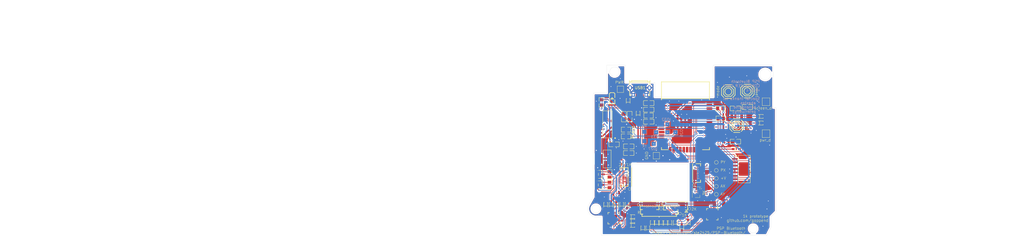
<source format=kicad_pcb>
(kicad_pcb (version 20240108) (generator "pcbnew") (generator_version "8.0")
  (layers (0 "F.Cu" signal) (31 "B.Cu" signal) (34 "B.Paste" user) (35 "F.Paste" user) (36 "B.SilkS" user "B.Silkscreen") (37 "F.SilkS" user "F.Silkscreen") (38 "B.Mask" user) (39 "F.Mask" user) (44 "Edge.Cuts" user))
  (net 0 "")
  (net 1 "/ESP32/ESP_EN")
  (net 2 "GND")
  (net 3 "+3.3V")
  (net 4 "/USB Serial & Power/USBD-")
  (net 5 "/USB Serial & Power/USBD+")
  (net 6 "Net-(D2-K)")
  (net 7 "+5V")
  (net 8 "Net-(D3-A)")
  (net 9 "VBUS")
  (net 10 "Net-(D4-A)")
  (net 11 "Net-(D5-A)")
  (net 12 "Net-(D6-A)")
  (net 13 "Net-(D7-A)")
  (net 14 "Net-(D8-A)")
  (net 15 "Net-(D9-A)")
  (net 16 "Net-(D10-A)")
  (net 17 "Net-(D11-A)")
  (net 18 "Net-(D12-A)")
  (net 19 "PSP_START")
  (net 20 "Net-(D21-A)")
  (net 21 "Net-(D22-A)")
  (net 22 "Net-(D24-A)")
  (net 23 "Net-(LED1-+)")
  (net 24 "/PSP Pins 2K/PSP_x")
  (net 25 "/PSP Pins 2K/Annalog_y")
  (net 26 "/PSP Pins 2K/+V")
  (net 27 "RTS_PROG")
  (net 28 "/ESP32/ESP_BOOT")
  (net 29 "Net-(U2-TXD)")
  (net 30 "DTR_PROG")
  (net 31 "UART_TX")
  (net 32 "Net-(U3-B)")
  (net 33 "Net-(U8-B)")
  (net 34 "ESP_I2C_SDA")
  (net 35 "UART_RX")
  (net 36 "Net-(U2-RXD)")
  (net 37 "ESP_I2C_SCL")
  (net 45 "ESP_SPI_CS")
  (net 46 "ESP_SPI_MOSI")
  (net 47 "ESP_SPI_MISO")
  (net 49 "ESP_SPI_SCLK")
  (net 50 "/ESP32/ESPScreenDetect")
  (net 51 "Net-(D13-A)")
  (net 52 "GPIO_GND")
  (net 53 "/ESP32/LEDIndicator")
  (net 54 "Net-(U12-IO27)")
  (net 57 "/ESP32/ESP_MODE")
  (net 61 "Net-(U12-IO26)")
  (net 62 "Net-(U12-IO25)")
  (net 63 "Net-(U12-IO33)")
  (net 68 "Net-(U12-IO32)")
  (net 72 "/ESP32/ESPPowerDetect")
  (net 82 "Net-(D27-A)")
  (net 83 "Net-(D25-A)")
  (net 84 "Net-(D29-A)")
  (net 85 "Net-(D28-A)")
  (net 86 "Net-(D26-A)")
  (net 87 "Net-(D20-A)")
  (net 88 "Net-(D1-A)")
  (net 89 "PSP_SELECT")
  (net 90 "right")
  (net 91 "up")
  (net 92 "left")
  (net 93 "down")
  (net 94 "square")
  (net 95 "r1")
  (net 96 "triangle")
  (net 97 "circle")
  (net 98 "cross")
  (net 99 "power")
  (net 100 "L1")
  (net 101 "sound")
  (net 102 "display")
  (net 103 "volup")
  (net 104 "voldown")
  (net 105 "home")
  (net 109 "/PSP Pins 2K/Analog_x")
  (net 110 "/PSP Pins 2K/PSP_y")
  (footprint "JLCPCB_footprint:QFN-20_L4.0-W4.0-P0.50-BL-EP2.7" (layer "F.Cu") (at 112 128.5 90)
    (property "Reference" "U4" (hide yes))
    (property "Value" "MCP23008-E/ML")
  )
  (footprint "JLCPCB_footprint:SOD-323_L1.8-W1.3-LS2.5-RD" (layer "F.Cu") (at 117 123.5 90)
    (property "Reference" "D24" (hide yes))
    (property "Value" "1N5819WS" (hide yes))
  )
  (footprint "JLCPCB_footprint:SOD-323_L1.8-W1.3-LS2.5-RD" (layer "F.Cu") (at 124.841 132.334 90)
    (property "Reference" "D25" (hide yes))
    (property "Value" "1N5819WS" (hide yes))
  )
  (footprint "JLCPCB_footprint:QFN-20_L4.0-W4.0-P0.50-BL-EP2.7" (layer "F.Cu") (at 149 127 180)
    (property "Reference" "U1" (hide yes))
    (property "Value" "MCP23008-E/ML")
  )
  (footprint "JLCPCB_footprint:C0805" (layer "F.Cu") (at 125.154814 85.209652)
    (property "Reference" "C11" (hide yes))
    (property "Value" "CL21A226MAQNNNE" (hide yes))
  )
  (footprint "JLCPCB_footprint:C0805" (layer "F.Cu") (at 112.154814 100.709652 180)
    (property "Reference" "C1" (hide yes))
    (property "Value" "CL21A226MAQNNNE" (hide yes))
  )
  (footprint "JLCPCB_footprint:SOD-323_L1.8-W1.3-LS2.5-RD" (layer "F.Cu") (at 135.128 130.302 90)
    (property "Reference" "D10" (hide yes))
    (property "Value" "1N5819WS" (hide yes))
  )
  (footprint "JLCPCB_footprint:FPC-SMD_4P-P0.50_C9900013912" (layer "F.Cu") (at 143.247523 118.725044 -90)
    (property "Reference" "U7" (hide yes))
    (property "Value" "IPFP051A30472R5")
  )
  (footprint "JLCPCB_footprint:SOD-323_L1.8-W1.3-LS2.5-RD" (layer "F.Cu") (at 118.999 131.191)
    (property "Reference" "D27" (hide yes))
    (property "Value" "1N5819WS" (hide yes))
  )
  (footprint "JLCPCB_footprint:SOD-323_L1.8-W1.3-LS2.5-RD" (layer "F.Cu") (at 126.492 130.302 90)
    (property "Reference" "D20" (hide yes))
    (property "Value" "1N5819WS" (hide yes))
  )
  (footprint "JLCPCB_footprint:SW-SMD_4P-L5.1-W5.1-P3.70-LS6.5-TL-2" (layer "F.Cu") (at 155.005005 80.909677 90)
    (property "Reference" "MODE1" (hide yes))
    (property "Value" "TS-1187A-B-A-B" (hide yes))
  )
  (footprint "TestPoint:TestPoint_Pad_D1.0mm" (layer "F.Cu") (at 150.5 110.5)
    (property "Reference" "TP2" (hide yes))
    (property "Value" "TestPoint")
  )
  (footprint "TestPoint:TestPoint_Pad_2.0x2.0mm" (layer "F.Cu") (at 114.5 80)
    (property "Reference" "TP17" (hide yes))
    (property "Value" "TestPoint" (hide yes))
  )
  (footprint "JLCPCB_footprint:SOD-323_L1.8-W1.3-LS2.5-RD" (layer "F.Cu") (at 111 123.5 90)
    (property "Reference" "D5" (hide yes))
    (property "Value" "1N5819WS" (hide yes))
  )
  (footprint "JLCPCB_footprint:SOD-323_L1.8-W1.3-LS2.5-RD" (layer "F.Cu") (at 167.154814 92.709652)
    (property "Reference" "D21" (hide yes))
    (property "Value" "1N5819WS" (hide yes))
  )
  (footprint "TestPoint:TestPoint_Pad_D1.0mm" (layer "F.Cu") (at 150.5 119.5)
    (property "Reference" "TP8" (hide yes))
    (property "Value" "TestPoint")
  )
  (footprint "JLCPCB_footprint:FPC-SMD_24P-P0.50_HC-FPC-05-09-24RLTAG" (layer "F.Cu") (at 129.0995 125.877)
    (property "Reference" "U10-1k1" (hide yes))
    (property "Value" "~")
  )
  (footprint "JLCPCB_footprint:SOD-323_L1.8-W1.3-LS2.5-RD" (layer "F.Cu") (at 109 123.5 90)
    (property "Reference" "D6" (hide yes))
    (property "Value" "1N5819WS" (hide yes))
  )
  (footprint "JLCPCB_footprint:C0805" (layer "F.Cu") (at 117.654814 101.5 180)
    (property "Reference" "C9" (hide yes))
    (property "Value" "CL21A106KAYNNNE" (hide yes))
  )
  (footprint "TestPoint:TestPoint_Pad_2.0x2.0mm" (layer "F.Cu") (at 128 105)
    (property "Reference" "TP4" (hide yes))
    (property "Value" "TestPoint")
  )
  (footprint "JLCPCB_footprint:FPC-SMD_10P-P0.50_HC-FPC-05-09-10RLTAG" (layer "F.Cu") (at 125.452043 124.16297)
    (property "Reference" "U10" (hide yes))
    (property "Value" "HC-FPC-05-09-10RLTAG")
  )
  (footprint "JLCPCB_footprint:SOP-16_L10.0-W3.9-P1.27-LS6.0-BL" (layer "F.Cu") (at 109.654814 93.209652 90)
    (property "Reference" "U2" (hide yes))
    (property "Value" "CH340C_C7464026" (hide yes))
  )
  (footprint "TestPoint:TestPoint_Pad_D1.0mm" (layer "F.Cu") (at 150.5 113.5)
    (property "Reference" "TP3" (hide yes))
    (property "Value" "TestPoint")
  )
  (footprint "JLCPCB_footprint:SOT-23-3_L2.9-W1.3-P1.90-LS2.4-BR" (layer "F.Cu") (at 106.949962 115.949962 180)
    (property "Reference" "U8" (hide yes))
    (property "Value" "SS8050_C2150" (hide yes))
  )
  (footprint "JLCPCB_footprint:R0805" (layer "F.Cu") (at 152 87.209652)
    (property "Reference" "R5" (hide yes))
    (property "Value" "0805W8F4701T5E")
  )
  (footprint "TestPoint:TestPoint_Pad_2.5x2.5mm" (layer "F.Cu") (at 169.154814 96.709652)
    (property "Reference" "TP5" (hide yes))
    (property "Value" "TestPoint" (hide yes))
  )
  (footprint "JLCPCB_footprint:C0805" (layer "F.Cu") (at 115.824 90.297 90)
    (property "Reference" "C12" (hide yes))
    (property "Value" "CC0805KRX7R9BB104" (hide yes))
  )
  (footprint "JLCPCB_footprint:FPC-SMD_10P-P0.50_HC-FPC-05-09-10RLTAG" (layer "F.Cu") (at 115.480064 112.994064 -90)
    (property "Reference" "U6" (hide yes))
    (property "Value" "HC-FPC-05-09-10RLTAG")
  )
  (footprint "JLCPCB_footprint:SOD-323_L1.8-W1.3-LS2.5-RD" (layer "F.Cu") (at 117.419477 84.449682 90)
    (property "Reference" "D2" (hide yes))
    (property "Value" "1N5819WS" (hide yes))
  )
  (footprint "JLCPCB_footprint:C0805" (layer "F.Cu") (at 125.154814 87.709652)
    (property "Reference" "C8" (hide yes))
    (property "Value" "CC0805KRX7R9BB104" (hide yes))
  )
  (footprint "JLCPCB_footprint:WIFI-SMD_ESP32-WROOM-32E" (layer "F.Cu") (at 138.91935 93.712192 -90)
    (property "Reference" "U12" (hide yes))
    (property "Value" "ESP32-WROOM-32E(4MB)" (hide yes))
  )
  (footprint "JLCPCB_footprint:SOD-323_L1.8-W1.3-LS2.5-RD" (layer "F.Cu") (at 118.999 127.889)
    (property "Reference" "D29" (hide yes))
    (property "Value" "1N5819WS" (hide yes))
  )
  (footprint "JLCPCB_footprint:SOD-323_L1.8-W1.3-LS2.5-RD" (layer "F.Cu") (at 129.794 130.302 90)
    (property "Reference" "D11" (hide yes))
    (property "Value" "1N5819WS" (hide yes))
  )
  (footprint "JLCPCB_footprint:MICRO-USB-SMD_MICROXNJ" (layer "F.Cu") (at 121.794636 81.045999 180)
    (property "Reference" "USB1")
    (property "Value" "MICROXNJ" (hide yes))
  )
  (footprint "TestPoint:TestPoint_Pad_D1.0mm" (layer "F.Cu") (at 150.5 116.5)
    (property "Reference" "TP7" (hide yes))
    (property "Value" "TestPoint")
  )
  (footprint "JLCPCB_footprint:R0805" (layer "F.Cu") (at 152.154814 91)
    (property "Reference" "R4" (hide yes))
    (property "Value" "0805W8F4701T5E")
  )
  (footprint "JLCPCB_footprint:SW-SMD_4P-L5.1-W5.1-P3.70-LS6.5-TL-2" (layer "F.Cu") (at 158.154814 93.709652 90)
    (property "Reference" "BOOT1" (hide yes))
    (property "Value" "TS-1187A-B-A-B" (hide yes))
  )
  (footprint "JLCPCB_footprint:SOD-323_L1.8-W1.3-LS2.5-RD" (layer "F.Cu") (at 158 102.5)
    (property "Reference" "D13" (hide yes))
    (property "Value" "1N5819WS")
  )
  (footprint "JLCPCB_footprint:C0805" (layer "F.Cu") (at 162.154814 86.709652 180)
    (property "Reference" "C4" (hide yes))
    (property "Value" "CC0805KRX7R9BB104" (hide yes))
  )
  (footprint "JLCPCB_footprint:R0805" (layer "F.Cu") (at 125.095 89.916 180)
    (property "Reference" "R7" (hide yes))
    (property "Value" "0805W8F1002T5E")
  )
  (footprint "JLCPCB_footprint:R0805" (layer "F.Cu") (at 116.654814 97.709652 180)
    (property "Reference" "R1")
    (property "Value" "0805W8F1001T5E" (hide yes))
  )
  (footprint "JLCPCB_footprint:R0805" (layer "F.Cu") (at 107.419477 84.949682 -90)
    (property "Reference" "R9" (hide yes))
    (property "Value" "0805W8F3301T5E" (hide yes))
  )
  (footprint "JLCPCB_footprint:SW-SMD_4P-L5.1-W5.1-P3.70-LS6.5-TL-2" (layer "F.Cu") (at 162.154814 80.709652 -90)
    (property "Reference" "RESET1" (hide yes))
    (property "Value" "TS-1187A-B-A-B" (hide yes))
  )
  (footprint "JLCPCB_footprint:R0805" (layer "F.Cu") (at 110.449962 112 90)
    (property "Reference" "R2" (hide yes))
    (property "Value" "0805W8F1002T5E" (hide yes))
  )
  (footprint "JLCPCB_footprint:SOD-323_L1.8-W1.3-LS2.5-RD" (layer "F.Cu") (at 133.096 130.302 90)
    (property "Reference" "D9" (hide yes))
    (property "Value" "1N5819WS" (hide yes))
  )
  (footprint "JLCPCB_footprint:SOD-323_L1.8-W1.3-LS2.5-RD" (layer "F.Cu") (at 115 123.5 90)
    (property "Reference" "D3" (hide yes))
    (property "Value" "1N5819WS" (hide yes))
  )
  (footprint "TestPoint:TestPoint_Pad_2.5x2.5mm" (layer "F.Cu") (at 169.154814 84.709652)
    (property "Reference" "TP6" (hide yes))
    (property "Value" "TestPoint" (hide yes))
  )
  (footprint "JLCPCB_footprint:SOD-323_L1.8-W1.3-LS2.5-RD" (layer "F.Cu") (at 122.936 132.334 90)
    (property "Reference" "D26" (hide yes))
    (property "Value" "1N5819WS" (hide yes))
  )
  (footprint "JLCPCB_footprint:SOD-323_L1.8-W1.3-LS2.5-RD" (layer "F.Cu") (at 128.143 130.302 90)
    (property "Reference" "D1" (hide yes))
    (property "Value" "1N5819WS" (hide yes))
  )
  (footprint "JLCPCB_footprint:R0805" (layer "F.Cu") (at 110.449962 116 90)
    (property "Reference" "R3" (hide yes))
    (property "Value" "0805W8F1002T5E" (hide yes))
  )
  (footprint "JLCPCB_footprint:SOD-323_L1.8-W1.3-LS2.5-RD" (layer "F.Cu") (at 137.541 131.953 90)
    (property "Reference" "D8" (hide yes))
    (property "Value" "1N5819WS" (hide yes))
  )
  (footprint "JLCPCB_footprint:CONN-SMD_14P-P0.50_L3.1-W9.0" (layer "F.Cu") (at 135.255 124.186064 180)
    (property "Reference" "U13" (hide yes))
    (property "Value" "AFC42-S14FMA-1H")
  )
  (footprint "JLCPCB_footprint:SOD-323_L1.8-W1.3-LS2.5-RD" (layer "F.Cu") (at 113 123.5 90)
    (property "Reference" "D4" (hide yes))
    (property "Value" "1N5819WS" (hide yes))
  )
  (footprint "JLCPCB_footprint:SOIC-14_L10.0-W5.5-P1.27-LS7.8-BL" (layer "F.Cu") (at 161 110 -90)
    (property "Reference" "U5" (hide yes))
    (property "Value" "MCP42010T-I/SL" (hide yes))
  )
  (footprint "JLCPCB_footprint:C0805" (layer "F.Cu") (at 125.154814 92.209652 180)
    (property "Reference" "C13" (hide yes))
    (property "Value" "CL21A106KAYNNNE" (hide yes))
  )
  (footprint "JLCPCB_footprint:FPC-SMD_10P-P0.50_HC-FPC-05-09-10RLTAG" (layer "F.Cu") (at 143.5 111.5 90)
    (property "Reference" "U11" (hide yes))
    (property "Value" "HC-FPC-05-09-10RLTAG")
  )
  (footprint "JLCPCB_footprint:C0805" (layer "F.Cu") (at 157.654814 87.209652)
    (property "Reference" "C2" (hide yes))
    (property "Value" "CC0805KRX7R9BB104" (hide yes))
  )
  (footprint "JLCPCB_footprint:C0805" (layer "F.Cu") (at 117.654814 104 180)
    (property "Reference" "C6" (hide yes))
    (property "Value" "CL21A106KAYNNNE" (hide yes))
  )
  (footprint "JLCPCB_footprint:SOD-323_L1.8-W1.3-LS2.5-RD" (layer "F.Cu") (at 167.154814 90.209652)
    (property "Reference" "D22" (hide yes))
    (property "Value" "1N5819WS" (hide yes))
  )
  (footprint "JLCPCB_footprint:C0805" (layer "F.Cu") (at 157.654814 99.709652)
    (property "Reference" "C10" (hide yes))
    (property "Value" "CC0805KRX7R9BB104" (hide yes))
  )
  (footprint "JLCPCB_footprint:LED0805-R-RD" (layer "F.Cu") (at 111.419477 83.499974 -90)
    (property "Reference" "LED1" (hide yes))
    (property "Value" "FC-2012HRK-620D" (hide yes))
  )
  (footprint "JLCPCB_footprint:SOD-323_L1.8-W1.3-LS2.5-RD" (layer "F.Cu") (at 121.154814 89.209652 90)
    (property "Reference" "D23" (hide yes))
    (property "Value" "1N5819WS" (hide yes))
  )
  (footprint "JLCPCB_footprint:SOD-323_L1.8-W1.3-LS2.5-RD" (layer "F.Cu") (at 118.999 129.54)
    (property "Reference" "D28" (hide yes))
    (property "Value" "1N5819WS" (hide yes))
  )
  (footprint "JLCPCB_footprint:R0805" (layer "F.Cu") (at 116.654814 95.209652 180)
    (property "Reference" "R10")
    (property "Value" "0805W8F1001T5E" (hide yes))
  )
  (footprint "JLCPCB_footprint:C0805" (layer "F.Cu") (at 117.983 90.297 90)
    (property "Reference" "C5" (hide yes))
    (property "Value" "CL21B105KBFNNNE" (hide yes))
  )
  (footprint "JLCPCB_footprint:SOT-23-3_L2.9-W1.3-P1.90-LS2.4-BR" (layer "F.Cu") (at 107 112 180)
    (property "Reference" "U3" (hide yes))
    (property "Value" "SS8050_C2150" (hide yes))
  )
  (footprint "JLCPCB_footprint:SOD-323_L1.8-W1.3-LS2.5-RD" (layer "F.Cu") (at 131.445 130.302 90)
    (property "Reference" "D7" (hide yes))
    (property "Value" "1N5819WS" (hide yes))
  )
  (footprint "JLCPCB_footprint:SOT-223-3_L6.5-W3.4-P2.30-LS7.0-BR" (layer "F.Cu") (at 109.654814 106.209652)
    (property "Reference" "U9" (hide yes))
    (property "Value" "AMS1117-3_3" (hide yes))
  )
  (footprint "JLCPCB_footprint:FPC-SMD_10P-P0.50_HC-FPC-05-09-10RLTAG" (layer "F.Cu") (at 116.820064 112.994064 -90)
    (property "Reference" "U6-1k1" (hide yes))
    (property "Value" "HC-FPC-05-09-10RLTAG")
  )
  (footprint "JLCPCB_footprint:SOD-323_L1.8-W1.3-LS2.5-RD" (layer "F.Cu") (at 139.954 130.302 90)
    (property "Reference" "D12" (hide yes))
    (property "Value" "1N5819WS" (hide yes))
  )
  (footprint "TestPoint:TestPoint_Pad_D1.0mm" (layer "F.Cu") (at 150.5 107.5)
    (property "Reference" "TP1" (hide yes))
    (property "Value" "TestPoint")
  )
  (footprint "TestPoint:TestPoint_Pad_1.5x1.5mm" (layer "B.Cu") (at 132.154814 96.209652 180)
    (property "Reference" "TP14" (hide yes))
    (property "Value" "TestPoint" (hide yes))
  )
  (footprint "TestPoint:TestPoint_Pad_1.5x1.5mm" (layer "B.Cu") (at 127.919477 96.209652 180)
    (property "Reference" "TP15" (hide yes))
    (property "Value" "TestPoint" (hide yes))
  )
  (footprint "TestPoint:TestPoint_Pad_1.5x1.5mm" (layer "B.Cu") (at 135.154814 96.209652 180)
    (property "Reference" "TP13" (hide yes))
    (property "Value" "TestPoint" (hide yes))
  )
  (footprint "TestPoint:TestPoint_Pad_1.5x1.5mm" (layer "B.Cu") (at 123.5 96 180)
    (property "Reference" "TP36" (hide yes))
    (property "Value" "TestPoint" (hide yes))
  )
  (footprint "TestPoint:TestPoint_Pad_1.5x1.5mm" (layer "B.Cu") (at 127 100.5 180)
    (property "Reference" "TP12" (hide yes))
    (property "Value" "TestPoint" (hide yes))
  )
  (footprint "TestPoint:TestPoint_Pad_1.5x1.5mm" (layer "B.Cu") (at 132.154814 93.209652 180)
    (property "Reference" "TP16" (hide yes))
    (property "Value" "TestPoint" (hide yes))
  )
  (footprint "TestPoint:TestPoint_Pad_1.5x1.5mm" (layer "B.Cu") (at 123.5 99.5 180)
    (property "Reference" "TP35" (hide yes))
    (property "Value" "TestPoint" (hide yes))
  )
  (gr_circle (center 140.462 124.968) (end 140.962 124.968) (stroke (width 0.1)) (fill none) (layer "F.SilkS"))
  (gr_circle (center 142 116) (end 142.5 116) (stroke (width 0.1)) (fill none) (layer "F.SilkS"))
  (gr_circle (center 136.906 126.746) (end 137.406 126.746) (stroke (width 0.1)) (fill none) (layer "F.SilkS"))
  (gr_circle (center 142 107) (end 142.5 107) (stroke (width 0.1)) (fill none) (layer "F.SilkS"))
  (gr_circle (center 118 117.5) (end 118.5 117.5) (stroke (width 0.1)) (fill none) (layer "F.SilkS"))
  (gr_circle (center 129.794 124.968) (end 130.294 124.968) (stroke (width 0.1)) (fill none) (layer "F.SilkS"))
  (gr_line (start 172.919477 125.949682) (end 170.919477 127.949682) (stroke (width 0.05)) (layer "Edge.Cuts"))
  (gr_line (start 104.419477 81.449682) (end 109.419477 81.449682) (stroke (width 0.05)) (layer "Edge.Cuts"))
  (gr_line (start 140 121.949682) (end 119 121.949682) (stroke (width 0.05)) (layer "Edge.Cuts"))
  (gr_line (start 149.419477 82.949682) (end 149.419477 70.949682) (stroke (width 0.05)) (layer "Edge.Cuts"))
  (gr_line (start 171.919477 86.949682) (end 172.919477 86.949682) (stroke (width 0.05)) (layer "Edge.Cuts"))
  (gr_line (start 170.919477 131.949682) (end 169.419477 134.949682) (stroke (width 0.05)) (layer "Edge.Cuts"))
  (gr_line (start 127.419477 82.949682) (end 149.419477 82.949682) (stroke (width 0.05)) (layer "Edge.Cuts"))
  (gr_arc (start 105.333143 127.949682) (mid 102.706432 126.398955) (end 102.795263 123.349943) (stroke (width 0.05)) (layer "Edge.Cuts"))
  (gr_line (start 140 108) (end 140 121.949682) (stroke (width 0.05)) (layer "Edge.Cuts"))
  (gr_line (start 107.419477 127.949682) (end 105.333143 127.949682) (stroke (width 0.05)) (layer "Edge.Cuts"))
  (gr_line (start 172.919477 86.949682) (end 172.919477 125.949682) (stroke (width 0.05)) (layer "Edge.Cuts"))
  (gr_line (start 119 108) (end 140 108) (stroke (width 0.05)) (layer "Edge.Cuts"))
  (gr_circle (center 168.833143 74.449682) (end 167.333143 75.949682) (stroke (width 0.05)) (fill none) (layer "Edge.Cuts"))
  (gr_line (start 149.419477 70.949682) (end 171.919477 70.949682) (stroke (width 0.05)) (layer "Edge.Cuts"))
  (gr_line (start 171.919477 70.949682) (end 171.919477 86.949682) (stroke (width 0.05)) (layer "Edge.Cuts"))
  (gr_circle (center 112.333143 73.449682) (end 113.833143 72.449682) (stroke (width 0.05)) (fill none) (layer "Edge.Cuts"))
  (gr_line (start 102.795263 123.349943) (end 104.419477 120.449682) (stroke (width 0.05)) (layer "Edge.Cuts"))
  (gr_line (start 119 121.949682) (end 119 108) (stroke (width 0.05)) (layer "Edge.Cuts"))
  (gr_line (start 127.419477 77.449682) (end 127.419477 82.949682) (stroke (width 0.05)) (layer "Edge.Cuts"))
  (gr_line (start 169.419477 134.949682) (end 107.419477 134.949682) (stroke (width 0.05)) (layer "Edge.Cuts"))
  (gr_line (start 109.419477 70.949682) (end 116.419477 70.949682) (stroke (width 0.05)) (layer "Edge.Cuts"))
  (gr_line (start 170.919477 127.949682) (end 170.919477 131.949682) (stroke (width 0.05)) (layer "Edge.Cuts"))
  (gr_circle (center 105.333143 124.949682) (end 106.914282 124.949682) (stroke (width 0.05)) (fill none) (layer "Edge.Cuts"))
  (gr_line (start 109.419477 81.449682) (end 109.419477 70.949682) (stroke (width 0.05)) (layer "Edge.Cuts"))
  (gr_circle (center 164.333143 132.449682) (end 163.833143 130.949682) (stroke (width 0.05)) (fill none) (layer "Edge.Cuts"))
  (gr_line (start 104.419477 120.449682) (end 104.419477 81.449682) (stroke (width 0.05)) (layer "Edge.Cuts"))
  (gr_line (start 116.419477 77.449682) (end 127.419477 77.449682) (stroke (width 0.05)) (layer "Edge.Cuts"))
  (gr_line (start 107.419477 134.949682) (end 107.419477 127.949682) (stroke (width 0.05)) (layer "Edge.Cuts"))
  (gr_line (start 116.419477 70.949682) (end 116.419477 77.449682) (stroke (width 0.05)) (layer "Edge.Cuts"))
  (gr_text "Right" (at 137 124.5 0) (layer "B.SilkS") (effects (font (size 1 1) (thickness 0.1)) (justify left bottom mirror)))
  (gr_text "TX" (at 124.5 102 0) (layer "B.SilkS") (effects (font (size 1 1) (thickness 0.1)) (justify left bottom mirror)))
  (gr_text "IO32" (at 133.5 92 0) (layer "B.SilkS") (effects (font (size 1 1) (thickness 0.1)) (justify left bottom mirror)))
  (gr_text "RX" (at 124.5 94.5 0) (layer "B.SilkS") (effects (font (size 1 1) (thickness 0.1)) (justify left bottom mirror)))
  (gr_text "IO25" (at 134 98.5 0) (layer "B.SilkS") (effects (font (size 1 1) (thickness 0.1)) (justify left bottom mirror)))
  (gr_text "IO27" (at 128.5 103 0) (layer "B.SilkS") (effects (font (size 1 1) (thickness 0.1)) (justify left bottom mirror)))
  (gr_text "PSP Bluetooth\nCONSOLIZER ONLY\nv0.3-c\n\nSpecial thanks to:\n* abastos\n* benergylive\n* peterlustig1" (at 166.919477 88.949682 0) (layer "B.SilkS") (effects (font (size 1 1) (thickness 0.1)) (justify left bottom mirror)))
  (gr_text "IO33" (at 129.5 98.5 0) (layer "B.SilkS") (effects (font (size 1 1) (thickness 0.1)) (justify left bottom mirror)))
  (gr_text "Left" (at 117.5 112 90) (layer "B.SilkS") (effects (font (size 1 1) (thickness 0.1)) (justify left bottom mirror)))
  (gr_text "Center" (at 128.143 124.5 0) (layer "B.SilkS") (effects (font (size 1 1) (thickness 0.1)) (justify left bottom mirror)))
  (gr_text "Analog" (at 143 114 270) (layer "B.SilkS") (effects (font (size 1 1) (thickness 0.1)) (justify left bottom mirror)))
  (gr_text "3K" (at 142.5 119.5 270) (layer "B.SilkS") (effects (font (size 1 1) (thickness 0.1)) (justify left bottom mirror)))
  (gr_text "IO26" (at 138 94.5 90) (layer "B.SilkS") (effects (font (size 1 1) (thickness 0.1)) (justify left bottom mirror)))
  (gr_text "2K" (at 141.1224 125.6538 0) (layer "F.SilkS") (effects (font (size 1 1) (thickness 0.1)) (justify left bottom)))
  (gr_text "PY" (at 152 108 0) (layer "F.SilkS") (effects (font (size 1 1) (thickness 0.1)) (justify left bottom)))
  (gr_text "R" (at 120.8532 126.9492 0) (layer "F.SilkS") (effects (font (size 1 1) (thickness 0.1)) (justify left bottom)))
  (gr_text "1k prototype\ngithub.com/goppend" (at 170.053 129.921 0) (layer "F.SilkS") (effects (font (size 1 1) (thickness 0.1)) (justify right bottom)))
  (gr_text "L" (at 116.5 118 90) (layer "F.SilkS") (effects (font (size 1 1) (thickness 0.1)) (justify left bottom)))
  (gr_text "mode" (at 151.654814 82.709652 90) (layer "F.SilkS") (effects (font (size 1 1) (thickness 0.1)) (justify left bottom)))
  (gr_text "+V" (at 152 114 0) (layer "F.SilkS") (effects (font (size 1 1) (thickness 0.1)) (justify left bottom)))
  (gr_text "2K/1K" (at 113.792 108.966 0) (layer "F.SilkS") (effects (font (size 1 1) (thickness 0.1)) (justify left bottom)))
  (gr_text "AX" (at 152 117 0) (layer "F.SilkS") (effects (font (size 1 1) (thickness 0.1)) (justify left bottom)))
  (gr_text "3K" (at 146.5 120 90) (layer "F.SilkS") (effects (font (size 1 1) (thickness 0.1)) (justify left bottom)))
  (gr_text "R" (at 129.5 123.855 0) (layer "F.SilkS") (effects (font (size 1 1) (thickness 0.1)) (justify left bottom)))
  (gr_text "reset" (at 165.154814 79.209652 -90) (layer "F.SilkS") (effects (font (size 1 1) (thickness 0.1)) (justify left bottom)))
  (gr_text "AY" (at 152 120 0) (layer "F.SilkS") (effects (font (size 1 1) (thickness 0.1)) (justify left bottom)))
  (gr_text "GND" (at 125 106.5 90) (layer "F.SilkS") (effects (font (size 1 1) (thickness 0.1)) (justify left bottom)))
  (gr_text "PWR" (at 112.5 78 0) (layer "F.SilkS") (effects (font (size 1 1) (thickness 0.1)) (justify left bottom)))
  (gr_text "1K" (at 137.4902 127.889 0) (layer "F.SilkS") (effects (font (size 1 1) (thickness 0.1)) (justify left bottom)))
  (gr_text "C" (at 120.65 124.079 0) (layer "F.SilkS") (effects (font (size 1 1) (thickness 0.1)) (justify left bottom)))
  (gr_text "PX" (at 152 111 0) (layer "F.SilkS") (effects (font (size 1 1) (thickness 0.1)) (justify left bottom)))
  (gr_text "pwr_d" (at 166.654814 99.709652 0) (layer "F.SilkS") (effects (font (size 1 1) (thickness 0.1)) (justify left bottom)))
  (gr_text "boot" (at 161.5 92 -90) (layer "F.SilkS") (effects (font (size 1 1) (thickness 0.1)) (justify left bottom)))
  (gr_text "screen_d" (at 164.654814 87.709652 0) (layer "F.SilkS") (effects (font (size 1 1) (thickness 0.1)) (justify left bottom)))
  (gr_text "PSP Bluetooth\nhttps://github.com/ste2425/PSP-Bluetooth/" (at 161.5 134.5 0) (layer "F.SilkS") (effects (font (size 1 1) (thickness 0.1)) (justify right bottom)))
  (segment (start 112.968 110.290315) (end 113.784315 109.474) (width 0.2) (layer "F.Cu") (net 1))
  (segment (start 160.304623 83.359461) (end 160.304598 83.359436) (width 0.2) (layer "F.Cu") (net 1))
  (segment (start 120 106.5) (end 122.819477 103.680523) (width 0.2) (layer "F.Cu") (net 1))
  (segment (start 125.968 90.043) (end 126.095 89.916) (width 0.2) (layer "F.Cu") (net 1))
  (segment (start 122.819477 93.544989) (end 124.154814 92.209652) (width 0.2) (layer "F.Cu") (net 1))
  (segment (start 115.026 109.474) (end 118 106.5) (width 0.2) (layer "F.Cu") (net 1))
  (segment (start 126.095 89.916) (end 126.448466 89.916) (width 0.2) (layer "F.Cu") (net 1))
  (segment (start 160.304598 83.359436) (end 160.304598 77.409677) (width 0.2) (layer "F.Cu") (net 1))
  (segment (start 122.819477 103.680523) (end 122.819477 93.544989) (width 0.2) (layer "F.Cu") (net 1))
  (segment (start 163.5 94.709652) (end 161.154814 92.364466) (width 0.2) (layer "F.Cu") (net 1))
  (segment (start 161.154814 92.364466) (end 161.154814 86.709652) (width 0.2) (layer "F.Cu") (net 1))
  (segment (start 160.304623 85.859461) (end 160.304623 84.009627) (width 0.2) (layer "F.Cu") (net 1))
  (segment (start 108 112) (end 111.774 112) (width 0.2) (layer "F.Cu") (net 1))
  (segment (start 126.448466 89.916) (end 129.114809 87.249657) (width 0.2) (layer "F.Cu") (net 1))
  (segment (start 161.154814 86.709652) (end 160.304623 85.859461) (width 0.2) (layer "F.Cu") (net 1))
  (segment (start 113.784315 109.474) (end 115.026 109.474) (width 0.2) (layer "F.Cu") (net 1))
  (segment (start 118 106.5) (end 120 106.5) (width 0.2) (layer "F.Cu") (net 1))
  (segment (start 132.114809 87.249657) (end 129.919223 87.249657) (width 0.2) (layer "F.Cu") (net 1))
  (segment (start 129.114809 87.249657) (end 129.919223 87.249657) (width 0.2) (layer "F.Cu") (net 1))
  (segment (start 111.774 112) (end 112.968 110.806) (width 0.2) (layer "F.Cu") (net 1))
  (segment (start 112.968 110.806) (end 112.968 110.290315) (width 0.2) (layer "F.Cu") (net 1))
  (segment (start 124.154814 92.209652) (end 125.968 90.396466) (width 0.2) (layer "F.Cu") (net 1))
  (segment (start 160.304623 84.009627) (end 160.304623 83.359461) (width 0.2) (layer "F.Cu") (net 1))
  (segment (start 125.968 90.396466) (end 125.968 90.043) (width 0.2) (layer "F.Cu") (net 1))
  (segment (start 132.154814 87.209652) (end 132.114809 87.249657) (width 0.2) (layer "F.Cu") (net 1))
  (via (at 132.154814 87.209652) (size 0.6) (drill 0.3) (layers "F.Cu" "B.Cu") (net 1))
  (via (at 163.5 94.709652) (size 0.6) (drill 0.3) (layers "F.Cu" "B.Cu") (net 1))
  (segment (start 157.654814 94.709652) (end 150.154814 87.209652) (width 0.2) (layer "B.Cu") (net 1))
  (segment (start 163.5 94.709652) (end 157.654814 94.709652) (width 0.2) (layer "B.Cu") (net 1))
  (segment (start 150.154814 87.209652) (end 132.154814 87.209652) (width 0.2) (layer "B.Cu") (net 1))
  (segment (start 145.249555 112.250445) (end 146 111.5) (width 0.2) (layer "F.Cu") (net 2))
  (segment (start 130.048 128.016) (end 130.3495 127.7145) (width 0.3) (layer "F.Cu") (net 2))
  (segment (start 127.665989 128.016) (end 128.016 128.016) (width 0.3) (layer "F.Cu") (net 2))
  (segment (start 131.004936 122.936) (end 131.004936 123.249064) (width 0.2) (layer "F.Cu") (net 2))
  (segment (start 127.8495 127.127) (end 127.8495 127.8495) (width 0.3) (layer "F.Cu") (net 2))
  (segment (start 133.8495 127.127) (end 134.3495 127.127) (width 0.3) (layer "F.Cu") (net 2))
  (segment (start 127.8495 127.8495) (end 128.016 128.016) (width 0.3) (layer "F.Cu") (net 2))
  (segment (start 142.249936 107.940064) (end 142.367 107.823) (width 0.3) (layer "F.Cu") (net 2))
  (segment (start 128.3495 127.127) (end 128.3495 127.9685) (width 0.3) (layer "F.Cu") (net 2))
  (segment (start 128.3495 127.9685) (end 128.397 128.016) (width 0.3) (layer "F.Cu") (net 2))
  (segment (start 128.397 128.016) (end 130.048 128.016) (width 0.3) (layer "F.Cu") (net 2))
  (segment (start 127.8495 127.127) (end 127.3495 127.127) (width 0.3) (layer "F.Cu") (net 2))
  (segment (start 127.3495 127.699511) (end 127.665989 128.016) (width 0.3) (layer "F.Cu") (net 2))
  (segment (start 114.975 129.5) (end 115.951 128.524) (width 0.3) (layer "F.Cu") (net 2))
  (segment (start 111.499873 131.100127) (end 110.7 131.9) (width 0.2) (layer "F.Cu") (net 2))
  (segment (start 144.495046 117.004954) (end 144.5 117) (width 0.28) (layer "F.Cu") (net 2))
  (segment (start 116.3 112.744) (end 116.586 113.03) (width 0.2) (layer "F.Cu") (net 2))
  (segment (start 149.499873 125) (end 149.499873 122.829873) (width 0.3) (layer "F.Cu") (net 2))
  (segment (start 123.165387 126.492) (end 122.555 126.492) (width 0.3) (layer "F.Cu") (net 2))
  (segment (start 150 125) (end 149 125) (width 0.28) (layer "F.Cu") (net 2))
  (segment (start 118.654814 103.709652) (end 119.154814 103.709652) (width 0.28) (layer "F.Cu") (net 2))
  (segment (start 151 127.500127) (end 151.630127 127.500127) (width 0.3) (layer "F.Cu") (net 2))
  (segment (start 127.3495 127.127) (end 127.3495 127.699511) (width 0.3) (layer "F.Cu") (net 2))
  (segment (start 128.016 128.016) (end 128.397 128.016) (width 0.3) (layer "F.Cu") (net 2))
  (segment (start 142.249936 108.249936) (end 142.249936 107.940064) (width 0.3) (layer "F.Cu") (net 2))
  (segment (start 144.750064 112.250445) (end 143.750445 112.250445) (width 0.2) (layer "F.Cu") (net 2))
  (segment (start 115.57 113.244128) (end 116.546128 113.244128) (width 0.2) (layer "F.Cu") (net 2))
  (segment (start 115.57 110.744) (end 116.078 110.744) (width 0.2) (layer "F.Cu") (net 2))
  (segment (start 142.249936 108.249936) (end 143.337064 108.249936) (width 0.2) (layer "F.Cu") (net 2))
  (segment (start 142.367 107.823) (end 143.383 107.823) (width 0.3) (layer "F.Cu") (net 2))
  (segment (start 116.078 110.744) (end 116.730128 110.091872) (width 0.2) (layer "F.Cu") (net 2))
  (segment (start 114 128.999873) (end 114 129.5) (width 0.28) (layer "F.Cu") (net 2))
  (segment (start 156.654814 99.709652) (end 156.654814 97.359818) (width 0.28) (layer "F.Cu") (net 2))
  (segment (start 115.57 113.744) (end 116.538 113.744) (width 0.2) (layer "F.Cu") (net 2))
  (segment (start 123.3495 127.127) (end 122.428 127.127) (width 0.3) (layer "F.Cu") (net 2))
  (segment (start 120.494661 82.642468) (end 120.494661 81.024866) (width 0.28) (layer "F.Cu") (net 2))
  (segment (start 143.750445 112.250445) (end 143.5 112) (width 0.2) (layer "F.Cu") (net 2))
  (segment (start 156.654814 97.359818) (end 156.304623 97.009627) (width 0.28) (layer "F.Cu") (net 2))
  (segment (start 123.241193 126.567806) (end 123.165387 126.492) (width 0.3) (layer "F.Cu") (net 2))
  (segment (start 143.750445 112.250445) (end 145.249555 112.250445) (width 0.2) (layer "F.Cu") (net 2))
  (segment (start 124.154814 85.209652) (end 124.154814 87.709652) (width 0.5) (layer "F.Cu") (net 2))
  (segment (start 123.3495 126.676113) (end 123.241193 126.567806) (width 0.3) (layer "F.Cu") (net 2))
  (segment (start 115.57 112.744) (end 116.3 112.744) (width 0.2) (layer "F.Cu") (net 2))
  (segment (start 127.8495 127.127) (end 128.3495 127.127) (width 0.3) (layer "F.Cu") (net 2))
  (segment (start 120.494661 81.024866) (end 120.419477 80.949682) (width 0.28) (layer "F.Cu") (net 2))
  (segment (start 149.499873 122.829873) (end 148.59 121.92) (width 0.3) (layer "F.Cu") (net 2))
  (segment (start 116.730128 110.091872) (end 116.730128 109.744) (width 0.2) (layer "F.Cu") (net 2))
  (segment (start 115.57 112.744) (end 115.57 113.244128) (width 0.2) (layer "F.Cu") (net 2))
  (segment (start 151.630127 127.500127) (end 152.4 128.27) (width 0.3) (layer "F.Cu") (net 2))
  (segment (start 115.57 113.244128) (end 115.57 113.744) (width 0.2) (layer "F.Cu") (net 2))
  (segment (start 133.8495 127.127) (end 133.3495 127.127) (width 0.3) (layer "F.Cu") (net 2))
  (segment (start 115.57 114.744) (end 116.522 114.744) (width 0.3) (layer "F.Cu") (net 2))
  (segment (start 130.3495 127.7145) (end 130.3495 127.127) (width 0.3) (layer "F.Cu") (net 2))
  (segment (start 111.499873 130.5) (end 111.499873 131.100127) (width 0.2) (layer "F.Cu") (net 2))
  (segment (start 144.495046 117.97498) (end 144.495046 117.004954) (width 0.28) (layer "F.Cu") (net 2))
  (segment (start 120.494661 82.642468) (end 120.494661 83.374498) (width 0.28) (layer "F.Cu") (net 2))
  (segment (start 114 129.5) (end 114.975 129.5) (width 0.3) (layer "F.Cu") (net 2))
  (segment (start 118.654814 101.5) (end 118.654814 104) (width 0.5) (layer "F.Cu") (net 2))
  (segment (start 131.004936 123.249064) (end 130.048 124.206) (width 0.2) (layer "F.Cu") (net 2))
  (segment (start 120.494661 83.374498) (end 119.419477 84.449682) (width 0.28) (layer "F.Cu") (net 2))
  (via (at 113 102) (size 0.6) (drill 0.3) (layers "F.Cu" "B.Cu") (net 2))
  (via (at 116.205 118.745) (size 0.6) (drill 0.3) (layers "F.Cu" "B.Cu") (net 2))
  (via (at 110.7 131.9) (size 0.6) (drill 0.3) (layers "F.Cu" "B.Cu") (net 2))
  (via (at 114.3 126.111) (size 0.6) (drill 0.3) (layers "F.Cu" "B.Cu") (net 2))
  (via (at 134.419477 91.949682) (size 0.6) (drill 0.3) (layers "F.Cu" "B.Cu") (net 2))
  (via (at 116 121) (size 0.6) (drill 0.3) (layers "F.Cu" "B.Cu") (net 2))
  (via (at 148.5 111) (size 0.6) (drill 0.3) (layers "F.Cu" "B.Cu") (net 2))
  (via (at 127.919477 93.449682) (size 0.6) (drill 0.3) (layers "F.Cu" "B.Cu") (net 2))
  (via (at 130.5 105) (size 0.8) (drill 0.4) (layers "F.Cu" "B.Cu") (net 2))
  (via (at 115.5 99.5) (size 0.6) (drill 0.3) (layers "F.Cu" "B.Cu") (net 2))
  (via (at 118.11 114.808) (size 0.6) (drill 0.3) (layers "F.Cu" "B.Cu") (net 2))
  (via (at 165.5 95.5) (size 0.6) (drill 0.3) (layers "F.Cu" "B.Cu") (net 2))
  (via (at 120.5 104) (size 0.6) (drill 0.3) (layers "F.Cu" "B.Cu") (net 2))
  (via (at 108.5 120.5) (size 0.6) (drill 0.3) (layers "F.Cu" "B.Cu") (net 2))
  (via (at 155.5 111.5) (size 0.6) (drill 0.3) (layers "F.Cu" "B.Cu") (net 2))
  (via (at 170.5 101) (size 0.6) (drill 0.3) (layers "F.Cu" "B.Cu") (net 2))
  (via (at 128 103) (size 0.6) (drill 0.3) (layers "F.Cu" "B.Cu") (net 2))
  (via (at 139.419477 89.449682) (size 0.6) (drill 0.3) (layers "F.Cu" "B.Cu") (net 2))
  (via (at 132.919477 84.449682) (size 0.6) (drill 0.3) (layers "F.Cu" "B.Cu") (net 2))
  (via (at 150.919477 77.449682) (size 0.6) (drill 0.3) (layers "F.Cu" "B.Cu") (net 2))
  (via (at 113.919477 98.949682) (size 0.6) (drill 0.3) (layers "F.Cu" "B.Cu") (net 2))
  (via (at 152.4 128.27) (size 0.6) (drill 0.3) (layers "F.Cu" "B.Cu") (net 2))
  (via (at 138.938 124.46) (size 0.6) (drill 0.3) (layers "F.Cu" "B.Cu") (net 2))
  (via (at 112.014 120.396) (size 0.6) (drill 0.3) (layers "F.Cu" "B.Cu") (net 2))
  (via (at 137.419477 89.449682) (size 0.6) (drill 0.3) (layers "F.Cu" "B.Cu") (net 2))
  (via (at 148.59 121.92) (size 0.6) (drill 0.3) (layers "F.Cu" "B.Cu") (net 2))
  (via (at 114.5 76) (size 0.6) (drill 0.3) (layers "F.Cu" "B.Cu") (net 2))
  (via (at 123 106.5) (size 0.8) (drill 0.4) (layers "F.Cu" "B.Cu") (net 2))
  (via (at 165.919477 77.949682) (size 0.6) (drill 0.3) (layers "F.Cu" "B.Cu") (net 2))
  (via (at 106 109.5) (size 0.8) (drill 0.4) (layers "F.Cu" "B.Cu") (net 2))
  (via (at 150.919477 82.949682) (size 0.6) (drill 0.3) (layers "F.Cu" "B.Cu") (net 2))
  (via (at 154.419477 98.449682) (size 0.6) (drill 0.3) (layers "F.Cu" "B.Cu") (net 2))
  (via (at 117.221 126.746) (size 0.6) (drill 0.3) (layers "F.Cu" "B.Cu") (net 2))
  (via (at 133.8495 127.127) (size 0.6) (drill 0.3) (layers "F.Cu" "B.Cu") (net 2))
  (via (at 122.419477 91.449682) (size 0.6) (drill 0.3) (layers "F.Cu" "B.Cu") (net 2))
  (via (at 114.419477 83.449682) (size 0.6) (drill 0.3) (layers "F.Cu" "B.Cu") (net 2))
  (via (at 128 107) (size 0.8) (drill 0.4) (layers "F.Cu" "B.Cu") (net 2))
  (via (at 127.889 90.678) (size 0.6) (drill 0.3) (layers "F.Cu" "B.Cu") (net 2))
  (via (at 118.11 113.157) (size 0.6) (drill 0.3) (layers "F.Cu" "B.Cu") (net 2))
  (via (at 155.419477 75.449682) (size 0.6) (drill 0.3) (layers "F.Cu" "B.Cu") (net 2))
  (via (at 110 108.5) (size 0.8) (drill 0.4) (layers "F.Cu" "B.Cu") (net 2))
  (via (at 165.919477 84.449682) (size 0.6) (drill 0.3) (layers "F.Cu" "B.Cu") (net 2))
  (via (at 119.761 91.313) (size 0.8) (drill 0.4) (layers "F.Cu" "B.Cu") (net 2))
  (via (at 109.919477 104.449682) (size 0.6) (drill 0.3) (layers "F.Cu" "B.Cu") (net 2))
  (via (at 111 79) (size 0.6) (drill 0.3) (layers "F.Cu" "B.Cu") (net 2))
  (via (at 146.05 121.92) (size 0.6) (drill 0.3) (layers "F.Cu" "B.Cu") (net 2))
  (via (at 163.5 96.5) (size 0.6) (drill 0.3) (layers "F.Cu" "B.Cu") (net 2))
  (via (at 143.5 121.92) (size 0.6) (drill 0.3) (layers "F.Cu" "B.Cu") (net 2))
  (via (at 125.5 105) (size 0.8) (drill 0.4) (layers "F.Cu" "B.Cu") (net 2))
  (via (at 168 131.5) (size 0.6) (drill 0.3) (layers "F.Cu" "B.Cu") (net 2))
  (via (at 169.5 125) (size 0.6) (drill 0.3) (layers "F.Cu" "B.Cu") (net 2))
  (via (at 170 122) (size 0.6) (drill 0.3) (layers "F.Cu" "B.Cu") (net 2))
  (via (at 158.419477 77.449682) (size 0.6) (drill 0.3) (layers "F.Cu" "B.Cu") (net 2))
  (via (at 114.046 120.396) (size 0.6) (drill 0.3) (layers "F.Cu" "B.Cu") (net 2))
  (via (at 123.419477 102.449682) (size 0.6) (drill 0.3) (layers "F.Cu" "B.Cu") (net 2))
  (via (at 122.5 87) (size 0.8) (drill 0.4) (layers "F.Cu" "B.Cu") (net 2))
  (via (at 136.419477 84.449682) (size 0.6) (drill 0.3) (layers "F.Cu" "B.Cu") (net 2))
  (via (at 145 84) (size 0.6) (drill 0.3) (layers "F.Cu" "B.Cu") (net 2))
  (via (at 112.268 110.236) (size 0.8) (drill 0.4) (layers "F.Cu" "B.Cu") (net 2))
  (via (at 105.5 84.5) (size 0.6) (drill 0.3) (layers "F.Cu" "B.Cu") (net 2))
  (via (at 154 97) (size 0.6) (drill 0.3) (layers "F.Cu" "B.Cu") (net 2))
  (via (at 120.5 101.5) (size 0.6) (drill 0.3) (layers "F.Cu" "B.Cu") (net 2))
  (via (at 116.84 93.218) (size 0.8) (drill 0.4) (layers "F.Cu" "B.Cu") (net 2))
  (via (at 161.919477 74.949682) (size 0.6) (drill 0.3) (layers "F.Cu" "B.Cu") (net 2))
  (via (at 146 111.5) (size 0.6) (drill 0.3) (layers "F.Cu" "B.Cu") (net 2))
  (via (at 140.5 93.5) (size 0.6) (drill 0.3) (layers "F.Cu" "B.Cu") (net 2))
  (via (at 144.526 107.188) (size 0.6) (drill 0.3) (layers "F.Cu" "B.Cu") (net 2))
  (via (at 132.419477 88.449682) (size 0.6) (drill 0.3) (layers "F.Cu" "B.Cu") (net 2))
  (via (at 157.919477 97.949682) (size 0.6) (drill 0.3) (layers "F.Cu" "B.Cu") (net 2))
  (via (at 109.419477 100.449682) (size 0.6) (drill 0.3) (layers "F.Cu" "B.Cu") (net 2))
  (via (at 105.5 103) (size 0.8) (drill 0.4) (layers "F.Cu" "B.Cu") (net 2))
  (via (at 155.5 110) (size 0.6) (drill 0.3) (layers "F.Cu" "B.Cu") (net 2))
  (via (at 129.058292 128.023533) (size 0.6) (drill 0.3) (layers "F.Cu" "B.Cu") (net 2))
  (via (at 133 106.5) (size 0.8) (drill 0.4) (layers "F.Cu" "B.Cu") (net 2))
  (via (at 140.419477 90.949682) (size 0.6) (drill 0.3) (layers "F.Cu" "B.Cu") (net 2))
  (segment (start 114.046 93.218) (end 113.419347 93.844653) (width 0.5) (layer "F.Cu") (net 3))
  (segment (start 114.445162 106.209652) (end 114.709652 106.209652) (width 0.5) (layer "F.Cu") (net 3))
  (segment (start 112.624766 106.209652) (end 106.684837 106.209652) (width 0.5) (layer "F.Cu") (net 3))
  (segment (start 153.154814 88.709652) (end 153.154814 90.709652) (width 0.5) (layer "F.Cu") (net 3))
  (segment (start 114.046 90.407994) (end 114.046 93.218) (width 0.5) (layer "F.Cu") (net 3))
  (segment (start 112 130.5) (end 112 131.9) (width 0.2) (layer "F.Cu") (net 3))
  (segment (start 153.154814 87.209652) (end 153.154814 88.709652) (width 0.5) (layer "F.Cu") (net 3))
  (segment (start 164.565405 106.189992) (end 162.704992 106.189992) (width 0.5) (layer "F.Cu") (net 3))
  (segment (start 115.172994 89.281) (end 114.046 90.407994) (width 0.5) (layer "F.Cu") (net 3))
  (segment (start 106.684837 106.209652) (end 106.684837 97.752146) (width 0.5) (layer "F.Cu") (net 3))
  (segment (start 106.782322 97.654661) (end 107.814661 97.654661) (width 0.5) (layer "F.Cu") (net 3))
  (segment (start 114.445162 106.209652) (end 116.654814 104) (width 0.5) (layer "F.Cu") (net 3))
  (segment (start 153.154814 91) (end 153.154814 99.654814) (width 0.5) (layer "F.Cu") (net 3))
  (segment (start 114.709652 106.209652) (end 115.5 107) (width 0.5) (layer "F.Cu") (net 3))
  (segment (start 106.684837 97.752146) (end 106.782322 97.654661) (width 0.5) (layer "F.Cu") (net 3))
  (segment (start 154.559 124.46) (end 152.019 127) (width 0.28) (layer "F.Cu") (net 3))
  (segment (start 132.154814 86.209652) (end 130.14922 86.209652) (width 0.5) (layer "F.Cu") (net 3))
  (segment (start 122.507348 89.281) (end 115.172994 89.281) (width 0.5) (layer "F.Cu") (net 3))
  (segment (start 113.419347 93.844653) (end 112.527306 93.844653) (width 0.5) (layer "F.Cu") (net 3))
  (segment (start 114.9 128.5) (end 114 128.5) (width 0.28) (layer "F.Cu") (net 3))
  (segment (start 107.823 97.663) (end 111.641347 93.844653) (width 0.5) (layer "F.Cu") (net 3))
  (segment (start 153.154814 99.654814) (end 154 100.5) (width 0.5) (layer "F.Cu") (net 3))
  (segment (start 124.095 89.916) (end 123.142348 89.916) (width 0.5) (layer "F.Cu") (net 3))
  (segment (start 148.463 123.952) (end 148.499873 123.988873) (width 0.2) (layer "F.Cu") (net 3))
  (segment (start 126.154814 87.709652) (end 126.154814 85.209652) (width 0.5) (layer "F.Cu") (net 3))
  (segment (start 114.399873 127.999873) (end 114.9 128.5) (width 0.28) (layer "F.Cu") (net 3))
  (segment (start 148.499873 123.988873) (end 148.499873 125) (width 0.28) (layer "F.Cu") (net 3))
  (segment (start 126.154814 85.209652) (end 126.924817 85.979655) (width 0.5) (layer "F.Cu") (net 3))
  (segment (start 107.814661 97.654661) (end 107.823 97.663) (width 0.5) (layer "F.Cu") (net 3))
  (segment (start 124.095 89.789) (end 124.095 89.916) (width 0.5) (layer "F.Cu") (net 3))
  (segment (start 154.559 121) (end 154.559 124.46) (width 0.28) (layer "F.Cu") (net 3))
  (segment (start 126.924817 85.979655) (end 129.919223 85.979655) (width 0.5) (layer "F.Cu") (net 3))
  (segment (start 126.154814 87.729186) (end 124.095 89.789) (width 0.5) (layer "F.Cu") (net 3))
  (segment (start 126.154814 87.709652) (end 126.154814 87.729186) (width 0.5) (layer "F.Cu") (net 3))
  (segment (start 162.704992 106.189992) (end 162.687 106.172) (width 0.5) (layer "F.Cu") (net 3))
  (segment (start 111.641347 93.844653) (end 112.527306 93.844653) (width 0.5) (layer "F.Cu") (net 3))
  (segment (start 112.624766 106.209652) (end 114.445162 106.209652) (width 0.5) (layer "F.Cu") (net 3))
  (segment (start 152.019 127) (end 151 127) (width 0.28) (layer "F.Cu") (net 3))
  (segment (start 130.14922 86.209652) (end 129.919223 85.979655) (width 0.5) (layer "F.Cu") (net 3))
  (segment (start 123.142348 89.916) (end 122.507348 89.281) (width 0.5) (layer "F.Cu") (net 3))
  (segment (start 114 127.999873) (end 114.399873 127.999873) (width 0.28) (layer "F.Cu") (net 3))
  (via (at 114.9 128.5) (size 0.6) (drill 0.3) (layers "F.Cu" "B.Cu") (net 3))
  (via (at 115.5 107) (size 0.8) (drill 0.4) (layers "F.Cu" "B.Cu") (net 3))
  (via (at 154.559 121) (size 0.8) (drill 0.4) (layers "F.Cu" "B.Cu") (net 3))
  (via (at 132.154814 86.209652) (size 0.8) (drill 0.4) (layers "F.Cu" "B.Cu") (net 3))
  (via (at 154 100.5) (size 0.8) (drill 0.4) (layers "F.Cu" "B.Cu") (net 3))
  (via (at 148.499873 123.988873) (size 0.6) (drill 0.3) (layers "F.Cu" "B.Cu") (net 3))
  (via (at 162.687 106.172) (size 0.6) (drill 0.3) (layers "F.Cu" "B.Cu") (net 3))
  (via (at 112 131.9) (size 0.6) (drill 0.3) (layers "F.Cu" "B.Cu") (net 3))
  (via (at 153.154814 88.709652) (size 0.8) (drill 0.4) (layers "F.Cu" "B.Cu") (net 3))
  (segment (start 114.5 128.5) (end 114.9 128.5) (width 0.5) (layer "B.Cu") (net 3))
  (segment (start 151.571788 123.988873) (end 148.499873 123.988873) (width 0.5) (layer "B.Cu") (net 3))
  (segment (start 154.559 121) (end 162.687 112.872) (width 0.5) (layer "B.Cu") (net 3))
  (segment (start 154.559 121) (end 154.5 121) (width 0.5) (layer "B.Cu") (net 3))
  (segment (start 111.125 119.761) (end 111.125 121.285) (width 0.5) (layer "B.Cu") (net 3))
  (segment (start 115.5 107) (end 115.5 110.306) (width 0.5) (layer "B.Cu") (net 3))
  (segment (start 153.154814 86.709652) (end 152.654814 86.209652) (width 0.5) (layer "B.Cu") (net 3))
  (segment (start 154.559 121.001661) (end 151.571788 123.988873) (width 0.5) (layer "B.Cu") (net 3))
  (segment (start 157.015 100.5) (end 154 100.5) (width 0.5) (layer "B.Cu") (net 3))
  (segment (start 113 123.16) (end 113 123.19) (width 0.3) (layer "B.Cu") (net 3))
  (segment (start 111.125 121.285) (end 113 123.16) (width 0.5) (layer "B.Cu") (net 3))
  (segment (start 113 127) (end 114.5 128.5) (width 0.5) (layer "B.Cu") (net 3))
  (segment (start 154.559 121) (end 154.559 121.001661) (width 0.5) (layer "B.Cu") (net 3))
  (segment (start 113.03 117.856) (end 111.125 119.761) (width 0.5) (layer "B.Cu") (net 3))
  (segment (start 162.687 106.172) (end 157.015 100.5) (width 0.5) (layer "B.Cu") (net 3))
  (segment (start 153.154814 88.709652) (end 153.154814 86.709652) (width 0.5) (layer "B.Cu") (net 3))
  (segment (start 162.687 112.872) (end 162.687 106.172) (width 0.5) (layer "B.Cu") (net 3))
  (segment (start 114.9 128.5) (end 114.9 129) (width 0.28) (layer "B.Cu") (net 3))
  (segment (start 114.9 129) (end 112 131.9) (width 0.28) (layer "B.Cu") (net 3))
  (segment (start 113 123.19) (end 113 127) (width 0.5) (layer "B.Cu") (net 3))
  (segment (start 115.5 110.306) (end 113.03 112.776) (width 0.5) (layer "B.Cu") (net 3))
  (segment (start 113.03 112.776) (end 113.03 117.856) (width 0.5) (layer "B.Cu") (net 3))
  (segment (start 152.654814 86.209652) (end 132.154814 86.209652) (width 0.5) (layer "B.Cu") (net 3))
  (segment (start 110.512677 87.174682) (end 109.644477 88.042882) (width 0.2) (layer "F.Cu") (net 4))
  (segment (start 122.344629 83.342462) (end 122.344629 83.84273) (width 0.2) (layer "F.Cu") (net 4))
  (segment (start 110.502645 91.71465) (end 111.244799 91.71465) (width 0.2) (layer "F.Cu") (net 4))
  (segment (start 119.012677 87.174682) (end 110.512677 87.174682) (width 0.2) (layer "F.Cu") (net 4))
  (segment (start 111.244799 91.71465) (end 111.654801 91.304648) (width 0.2) (layer "F.Cu") (net 4))
  (segment (start 122.444623 82.642468) (end 122.444623 83.242468) (width 0.2) (layer "F.Cu") (net 4))
  (segment (start 122.444623 83.242468) (end 122.344629 83.342462) (width 0.2) (layer "F.Cu") (net 4))
  (segment (start 109.644477 88.042882) (end 109.644477 90.856482) (width 0.2) (layer "F.Cu") (net 4))
  (segment (start 111.654801 91.304648) (end 112.527306 91.304648) (width 0.2) (layer "F.Cu") (net 4))
  (segment (start 122.344629 83.84273) (end 119.012677 87.174682) (width 0.2) (layer "F.Cu") (net 4))
  (segment (start 109.644477 90.856482) (end 110.502645 91.71465) (width 0.2) (layer "F.Cu") (net 4))
  (segment (start 109.194477 87.856482) (end 109.194477 91.042882) (width 0.2) (layer "F.Cu") (net 5))
  (segment (start 121.89463 83.656329) (end 118.826277 86.724682) (width 0.2) (layer "F.Cu") (net 5))
  (segment (start 121.794636 83.242468) (end 121.89463 83.342462) (width 0.2) (layer "F.Cu") (net 5))
  (segment (start 111.654801 92.574651) (end 112.527306 92.574651) (width 0.2) (layer "F.Cu") (net 5))
  (segment (start 110.316244 92.164649) (end 111.244799 92.164649) (width 0.2) (layer "F.Cu") (net 5))
  (segment (start 110.326277 86.724682) (end 109.194477 87.856482) (width 0.2) (layer "F.Cu") (net 5))
  (segment (start 121.794636 82.642468) (end 121.794636 83.242468) (width 0.2) (layer "F.Cu") (net 5))
  (segment (start 121.89463 83.342462) (end 121.89463 83.656329) (width 0.2) (layer "F.Cu") (net 5))
  (segment (start 109.194477 91.042882) (end 110.316244 92.164649) (width 0.2) (layer "F.Cu") (net 5))
  (segment (start 118.826277 86.724682) (end 110.326277 86.724682) (width 0.2) (layer "F.Cu") (net 5))
  (segment (start 111.244799 92.164649) (end 111.654801 92.574651) (width 0.2) (layer "F.Cu") (net 5))
  (segment (start 112.624766 103.909677) (end 111.154814 102.439725) (width 0.5) (layer "F.Cu") (net 6))
  (segment (start 112.624766 103.909677) (end 115.034443 101.5) (width 0.5) (layer "F.Cu") (net 6))
  (segment (start 115.034443 101.5) (end 116.654814 101.5) (width 0.5) (layer "F.Cu") (net 6))
  (segment (start 120.654814 99.709652) (end 118.154814 99.709652) (width 0.5) (layer "F.Cu") (net 6))
  (segment (start 109.654814 85.949682) (end 117.09207 85.949682) (width 0.5) (layer "F.Cu") (net 6))
  (segment (start 121.154814 99.209652) (end 120.654814 99.709652) (width 0.5) (layer "F.Cu") (net 6))
  (segment (start 118.154814 99.709652) (end 116.654814 101.209652) (width 0.5) (layer "F.Cu") (net 6))
  (segment (start 110.654814 100.209652) (end 111.154814 100.709652) (width 0.5) (layer "F.Cu") (net 6))
  (segment (start 117.09207 85.949682) (end 117.419477 85.622275) (width 0.5) (layer "F.Cu") (net 6))
  (segment (start 110.654814 99.209652) (end 110.654814 100.209652) (width 0.5) (layer "F.Cu") (net 6))
  (segment (start 121.154814 90.382245) (end 121.154814 99.209652) (width 0.5) (layer "F.Cu") (net 6))
  (segment (start 111.154814 102.439725) (end 111.154814 100.709652) (width 0.5) (layer "F.Cu") (net 6))
  (via (at 109.654814 85.949682) (size 0.8) (drill 0.4) (layers "F.Cu" "B.Cu") (net 6))
  (via (at 110.654814 99.209652) (size 0.8) (drill 0.4) (layers "F.Cu" "B.Cu") (net 6))
  (segment (start 110.5 86.794868) (end 110.5 99.054838) (width 0.5) (layer "B.Cu") (net 6))
  (segment (start 110.5 99.054838) (end 110.654814 99.209652) (width 0.5) (layer "B.Cu") (net 6))
  (segment (start 109.654814 85.949682) (end 110.5 86.794868) (width 0.5) (layer "B.Cu") (net 6))
  (segment (start 117.419477 83.277089) (end 117.419477 82.919477) (width 0.5) (layer "F.Cu") (net 7))
  (segment (start 117.419477 82.919477) (end 114.5 80) (width 0.5) (layer "F.Cu") (net 7))
  (segment (start 116.959128 111.244128) (end 116.967 111.252) (width 0.1) (layer "F.Cu") (net 8))
  (segment (start 113.680128 114.744) (end 114.23 114.744) (width 0.1) (layer "F.Cu") (net 8))
  (segment (start 115.57 111.244128) (end 116.959128 111.244128) (width 0.1) (layer "F.Cu") (net 8))
  (segment (start 115 118.364) (end 115 122.327407) (width 0.2) (layer "F.Cu") (net 8))
  (segment (start 113.538 116.902) (end 113.538 114.886128) (width 0.1) (layer "F.Cu") (net 8))
  (segment (start 113.538 114.886128) (end 113.680128 114.744) (width 0.1) (layer "F.Cu") (net 8))
  (segment (start 115 118.364) (end 114.015 117.379) (width 0.1) (layer "F.Cu") (net 8))
  (segment (start 114.015 117.379) (end 113.538 116.902) (width 0.1) (layer "F.Cu") (net 8))
  (via (at 116.967 111.252) (size 0.6) (drill 0.3) (layers "F.Cu" "B.Cu") (net 8))
  (via (at 114.015 117.379) (size 0.6) (drill 0.3) (layers "F.Cu" "B.Cu") (net 8))
  (segment (start 114.015 113.442) (end 116.205 111.252) (width 0.3) (layer "B.Cu") (net 8))
  (segment (start 114.015 117.379) (end 114.015 113.442) (width 0.3) (layer "B.Cu") (net 8))
  (segment (start 116.205 111.252) (end 116.967 111.252) (width 0.3) (layer "B.Cu") (net 8))
  (segment (start 121.154814 85.929642) (end 123.094623 83.989833) (width 0.5) (layer "F.Cu") (net 9))
  (segment (start 123.094623 83.989833) (end 123.094623 82.642468) (width 0.5) (layer "F.Cu") (net 9))
  (segment (start 121.154814 88.037059) (end 121.154814 85.929642) (width 0.5) (layer "F.Cu") (net 9))
  (segment (start 113 116.533653) (end 113 114.924) (width 0.1) (layer "F.Cu") (net 10))
  (segment (start 113 116.533653) (end 113 119.634) (width 0.2) (layer "F.Cu") (net 10))
  (segment (start 113 119.634) (end 113 122.327407) (width 0.2) (layer "F.Cu") (net 10))
  (segment (start 113.679872 114.244128) (end 114.23 114.244128) (width 0.1) (layer "F.Cu") (net 10))
  (segment (start 115.57 112.244128) (end 116.967 112.244128) (width 0.1) (layer "F.Cu") (net 10))
  (segment (start 113 114.924) (end 113.679872 114.244128) (width 0.1) (layer "F.Cu") (net 10))
  (via (at 113 119.634) (size 0.6) (drill 0.3) (layers "F.Cu" "B.Cu") (net 10))
  (via (at 116.967 112.244128) (size 0.6) (drill 0.3) (layers "F.Cu" "B.Cu") (net 10))
  (segment (start 113 119.634) (end 116.967 115.667) (width 0.3) (layer "B.Cu") (net 10))
  (segment (start 116.967 115.667) (end 116.967 112.268) (width 0.3) (layer "B.Cu") (net 10))
  (segment (start 114.129872 113.844128) (end 114.23 113.744) (width 0.1) (layer "F.Cu") (net 11))
  (segment (start 114.779872 113.744) (end 114.88 113.844128) (width 0.1) (layer "F.Cu") (net 11))
  (segment (start 112.522 116.294967) (end 112.522 114.902128) (width 0.1) (layer "F.Cu") (net 11))
  (segment (start 114.23 113.744) (end 114.779872 113.744) (width 0.1) (layer "F.Cu") (net 11))
  (segment (start 114.88 114.046) (end 115.078128 114.244128) (width 0.1) (layer "F.Cu") (net 11))
  (segment (start 113.58 113.844128) (end 114.129872 113.844128) (width 0.1) (layer "F.Cu") (net 11))
  (segment (start 114.88 113.844128) (end 114.88 114.046) (width 0.1) (layer "F.Cu") (net 11))
  (segment (start 112.522 117.602) (end 111 119.124) (width 0.2) (layer "F.Cu") (net 11))
  (segment (start 111 119.124) (end 111 122.327407) (width 0.2) (layer "F.Cu") (net 11))
  (segment (start 112.522 116.294967) (end 112.522 117.602) (width 0.2) (layer "F.Cu") (net 11))
  (segment (start 112.522 114.902128) (end 113.58 113.844128) (width 0.1) (layer "F.Cu") (net 11))
  (segment (start 115.078128 114.244128) (end 115.57 114.244128) (width 0.1) (layer "F.Cu") (net 11))
  (segment (start 115.020128 111.744) (end 114.88 111.884128) (width 0.1) (layer "F.Cu") (net 12))
  (segment (start 114.779872 113.244128) (end 114.23 113.244128) (width 0.1) (layer "F.Cu") (net 12))
  (segment (start 114.88 111.884128) (end 114.88 113.144) (width 0.1) (layer "F.Cu") (net 12))
  (segment (start 115.57 111.744) (end 115.020128 111.744) (width 0.1) (layer "F.Cu") (net 12))
  (segment (start 107 119) (end 107 120.327407) (width 0.2) (layer "F.Cu") (net 12))
  (segment (start 114.88 113.144) (end 114.779872 113.244128) (width 0.1) (layer "F.Cu") (net 12))
  (segment (start 114.23 113.244128) (end 113.679872 113.244128) (width 0.1) (layer "F.Cu") (net 12))
  (segment (start 112 116.002281) (end 112 117.304736) (width 0.2) (layer "F.Cu") (net 12))
  (segment (start 113.679872 113.244128) (end 112 114.924) (width 0.1) (layer "F.Cu") (net 12))
  (segment (start 112 114.924) (end 112 116.002281) (width 0.1) (layer "F.Cu") (net 12))
  (segment (start 107 120.327407) (end 109 122.327407) (width 0.2) (layer "F.Cu") (net 12))
  (segment (start 107.5 118.5) (end 107 119) (width 0.2) (layer "F.Cu") (net 12))
  (segment (start 112 117.304736) (end 110.804736 118.5) (width 0.2) (layer "F.Cu") (net 12))
  (segment (start 110.804736 118.5) (end 107.5 118.5) (width 0.2) (layer "F.Cu") (net 12))
  (segment (start 131.8495 126.0875) (end 131.8495 127.127) (width 0.1) (layer "F.Cu") (net 13))
  (segment (start 131.8495 127.127) (end 131.8495 128.724907) (width 0.2) (layer "F.Cu") (net 13))
  (segment (start 132.004936 125.932064) (end 131.8495 126.0875) (width 0.1) (layer "F.Cu") (net 13))
  (segment (start 131.8495 127.127) (end 131.826 127.1505) (width 0.2) (layer "F.Cu") (net 13))
  (segment (start 132.004936 125.436128) (end 132.004936 125.932064) (width 0.1) (layer "F.Cu") (net 13))
  (segment (start 131.8495 128.724907) (end 131.445 129.129407) (width 0.2) (layer "F.Cu") (net 13))
  (segment (start 135.128 126.492) (end 134.8495 126.7705) (width 0.1) (layer "F.Cu") (net 14))
  (segment (start 134.8495 126.7705) (end 134.8495 127.127) (width 0.1) (layer "F.Cu") (net 14))
  (segment (start 137.541 129.8185) (end 137.541 131.034407) (width 0.2) (layer "F.Cu") (net 14))
  (segment (start 135.636 126.492) (end 135.128 126.492) (width 0.1) (layer "F.Cu") (net 14))
  (segment (start 134.8495 127.127) (end 137.541 129.8185) (width 0.2) (layer "F.Cu") (net 14))
  (segment (start 132.505064 124.674564) (end 132.505064 125.436128) (width 0.1) (layer "F.Cu") (net 14))
  (segment (start 132.3105 124.48) (end 132.505064 124.674564) (width 0.1) (layer "F.Cu") (net 14))
  (via (at 132.354564 124.48) (size 0.6) (drill 0.3) (layers "F.Cu" "B.Cu") (net 14))
  (via (at 135.636 126.492) (size 0.6) (drill 0.3) (layers "F.Cu" "B.Cu") (net 14))
  (segment (start 134.366564 126.492) (end 132.354564 124.48) (width 0.2) (layer "B.Cu") (net 14))
  (segment (start 135.636 126.492) (end 134.366564 126.492) (width 0.2) (layer "B.Cu") (net 14))
  (segment (start 132.3495 126.652736) (end 132.3495 127.127) (width 0.1) (layer "F.Cu") (net 15))
  (segment (start 133.004936 125.436128) (end 133.004936 125.9973) (width 0.1) (layer "F.Cu") (net 15))
  (segment (start 133.096 129.129407) (end 132.3495 128.382907) (width 0.2) (layer "F.Cu") (net 15))
  (segment (start 132.3495 128.382907) (end 132.3495 127.127) (width 0.2) (layer "F.Cu") (net 15))
  (segment (start 133.004936 125.9973) (end 132.3495 126.652736) (width 0.1) (layer "F.Cu") (net 15))
  (segment (start 135.128 129.129407) (end 134.014593 128.016) (width 0.2) (layer "F.Cu") (net 16))
  (segment (start 134.014593 128.016) (end 133.238 128.016) (width 0.2) (layer "F.Cu") (net 16))
  (segment (start 133.238 128.016) (end 132.8495 127.6275) (width 0.2) (layer "F.Cu") (net 16))
  (segment (start 132.8495 126.577) (end 133.505064 125.921436) (width 0.1) (layer "F.Cu") (net 16))
  (segment (start 132.8495 127.6275) (end 132.8495 127.127) (width 0.2) (layer "F.Cu") (net 16))
  (segment (start 133.505064 125.921436) (end 133.505064 125.436128) (width 0.1) (layer "F.Cu") (net 16))
  (segment (start 132.8495 127.127) (end 132.8495 126.577) (width 0.1) (layer "F.Cu") (net 16))
  (segment (start 134.004936 124.396436) (end 133.3265 123.718) (width 0.1) (layer "F.Cu") (net 17))
  (segment (start 131.3495 124.298) (end 131.3495 127.127) (width 0.1) (layer "F.Cu") (net 17))
  (segment (start 134.004936 125.436128) (end 134.004936 124.396436) (width 0.1) (layer "F.Cu") (net 17))
  (segment (start 131.9295 123.718) (end 131.3495 124.298) (width 0.1) (layer "F.Cu") (net 17))
  (segment (start 131.3495 127.777) (end 131.3495 127.127) (width 0.2) (layer "F.Cu") (net 17))
  (segment (start 129.997093 129.129407) (end 131.3495 127.777) (width 0.2) (layer "F.Cu") (net 17))
  (segment (start 133.3265 123.718) (end 131.9295 123.718) (width 0.1) (layer "F.Cu") (net 17))
  (segment (start 129.794 129.129407) (end 129.997093 129.129407) (width 0.2) (layer "F.Cu") (net 17))
  (segment (start 135.7405 123.418) (end 131.7215 123.418) (width 0.1) (layer "F.Cu") (net 18))
  (segment (start 128.8495 126.29) (end 128.8495 127.127) (width 0.1) (layer "F.Cu") (net 18))
  (segment (start 136.505064 126.104762) (end 139.529709 129.129407) (width 0.2) (layer "F.Cu") (net 18))
  (segment (start 136.505064 124.182564) (end 135.7405 123.418) (width 0.1) (layer "F.Cu") (net 18))
  (segment (start 136.505064 125.436128) (end 136.505064 126.104762) (width 0.2) (layer "F.Cu") (net 18))
  (segment (start 131.7215 123.418) (end 128.8495 126.29) (width 0.1) (layer "F.Cu") (net 18))
  (segment (start 139.529709 129.129407) (end 139.954 129.129407) (width 0.2) (layer "F.Cu") (net 18))
  (segment (start 136.505064 125.436128) (end 136.505064 124.182564) (width 0.1) (layer "F.Cu") (net 18))
  (segment (start 141.954814 86.545186) (end 142.520345 85.979655) (width 0.2) (layer "F.Cu") (net 19))
  (segment (start 128.143 131.474593) (end 129.234593 130.383) (width 0.1) (layer "F.Cu") (net 19))
  (segment (start 136.098 130.383) (end 136.271 130.556) (width 0.1) (layer "F.Cu") (net 19))
  (segment (start 142.520345 85.979655) (end 147.919477 85.979655) (width 0.2) (layer "F.Cu") (net 19))
  (segment (start 142 107) (end 141.3 107.7) (width 0.2) (layer "F.Cu") (net 19))
  (segment (start 141.954814 99.954814) (end 141.954814 86.545186) (width 0.2) (layer "F.Cu") (net 19))
  (segment (start 129.234593 130.383) (end 136.098 130.383) (width 0.1) (layer "F.Cu") (net 19))
  (segment (start 141.3 107.7) (end 141.3 128.235827) (width 0.2) (layer "F.Cu") (net 19))
  (segment (start 136.271 130.556) (end 136.398 130.556) (width 0.1) (layer "F.Cu") (net 19))
  (segment (start 142 100) (end 141.954814 99.954814) (width 0.2) (layer "F.Cu") (net 19))
  (segment (start 141.3 128.235827) (end 141.250267 128.28556) (width 0.2) (layer "F.Cu") (net 19))
  (via (at 141.250267 128.28556) (size 0.6) (drill 0.3) (layers "F.Cu" "B.Cu") (net 19))
  (via (at 142 107) (size 0.6) (drill 0.3) (layers "F.Cu" "B.Cu") (net 19))
  (via (at 142 100) (size 0.6) (drill 0.3) (layers "F.Cu" "B.Cu") (net 19))
  (via (at 136.398 130.556) (size 0.6) (drill 0.3) (layers "F.Cu" "B.Cu") (net 19))
  (segment (start 138.979827 130.556) (end 141.250267 128.28556) (width 0.2) (layer "B.Cu") (net 19))
  (segment (start 141.986 107.061) (end 142 107.047) (width 0.2) (layer "B.Cu") (net 19))
  (segment (start 142 107.047) (end 142 100) (width 0.2) (layer "B.Cu") (net 19))
  (segment (start 136.398 130.556) (end 138.979827 130.556) (width 0.2) (layer "B.Cu") (net 19))
  (segment (start 141.171207 128.2065) (end 141.1605 128.2065) (width 0.2) (layer "B.Cu") (net 19))
  (segment (start 168.327407 95.882245) (end 169.154814 96.709652) (width 0.28) (layer "F.Cu") (net 20))
  (segment (start 168.327407 92.709652) (end 168.327407 95.882245) (width 0.28) (layer "F.Cu") (net 20))
  (segment (start 168.327407 90.209652) (end 168.327407 85.537059) (width 0.28) (layer "F.Cu") (net 21))
  (segment (start 168.327407 85.537059) (end 169.154814 84.709652) (width 0.28) (layer "F.Cu") (net 21))
  (segment (start 115.57 115.244128) (end 114.23 115.244128) (width 0.2) (layer "F.Cu") (net 22))
  (segment (start 117 121) (end 117.5 120.5) (width 0.2) (layer "F.Cu") (net 22))
  (segment (start 117 122.327407) (end 117 121) (width 0.2) (layer "F.Cu") (net 22))
  (segment (start 115.57 116.84) (end 115.57 115.244128) (width 0.2) (layer "F.Cu") (net 22))
  (segment (start 117.5 120.5) (end 117.5 118.77) (width 0.2) (layer "F.Cu") (net 22))
  (segment (start 117.5 118.77) (end 115.57 116.84) (width 0.2) (layer "F.Cu") (net 22))
  (segment (start 107.419477 83.949682) (end 110.818893 83.949682) (width 0.2) (layer "F.Cu") (net 23))
  (segment (start 110.818893 83.949682) (end 111.419477 84.550266) (width 0.2) (layer "F.Cu") (net 23))
  (segment (start 142.750572 109.750572) (end 144.750064 109.750572) (width 0.2) (layer "F.Cu") (net 24))
  (segment (start 153.141009 113.141009) (end 150.5 110.5) (width 0.2) (layer "F.Cu") (net 24))
  (segment (start 149.750572 109.750572) (end 144.750064 109.750572) (width 0.2) (layer "F.Cu") (net 24))
  (segment (start 142.525147 118.474853) (end 142.5 118.5) (width 0.2) (layer "F.Cu") (net 24))
  (segment (start 150.5 110.5) (end 149.750572 109.750572) (width 0.2) (layer "F.Cu") (net 24))
  (segment (start 163.964401 113.141009) (end 153.141009 113.141009) (width 0.2) (layer "F.Cu") (net 24))
  (segment (start 142.5 109.5) (end 142.750572 109.750572) (width 0.2) (layer "F.Cu") (net 24))
  (segment (start 144.495046 118.474853) (end 142.525147 118.474853) (width 0.2) (layer "F.Cu") (net 24))
  (segment (start 164.565405 112.540005) (end 163.964401 113.141009) (width 0.2) (layer "F.Cu") (net 24))
  (via (at 142.5 118.5) (size 0.6) (drill 0.3) (layers "F.Cu" "B.Cu") (net 24))
  (via (at 142.5 109.5) (size 0.6) (drill 0.3) (layers "F.Cu" "B.Cu") (net 24))
  (segment (start 142.5 118.5) (end 142.5 109.5) (width 0.2) (layer "B.Cu") (net 24))
  (segment (start 146.250064 113.750064) (end 144.750064 113.750064) (width 0.2) (layer "F.Cu") (net 25))
  (segment (start 150.5 119.5) (end 150.5 118) (width 0.2) (layer "F.Cu") (net 25))
  (segment (start 150.5 118) (end 146.250064 113.750064) (width 0.2) (layer "F.Cu") (net 25))
  (segment (start 144.495046 118.97498) (end 146.676491 118.97498) (width 0.2) (layer "F.Cu") (net 26))
  (segment (start 146.676491 118.97498) (end 147.151471 118.5) (width 0.2) (layer "F.Cu") (net 26))
  (segment (start 157.434595 113.810008) (end 164.565405 113.810008) (width 0.2) (layer "F.Cu") (net 26))
  (segment (start 150 113.5) (end 149.750445 113.250445) (width 0.2) (layer "F.Cu") (net 26))
  (segment (start 157.434595 113.810008) (end 150.810008 113.810008) (width 0.2) (layer "F.Cu") (net 26))
  (segment (start 150.5 113.5) (end 150 113.5) (width 0.2) (layer "F.Cu") (net 26))
  (segment (start 149.750445 113.250445) (end 144.750064 113.250445) (width 0.2) (layer "F.Cu") (net 26))
  (segment (start 147.151471 118.5) (end 148.5 118.5) (width 0.2) (layer "F.Cu") (net 26))
  (segment (start 150.810008 113.810008) (end 150.5 113.5) (width 0.2) (layer "F.Cu") (net 26))
  (via (at 149 113.250445) (size 0.6) (drill 0.3) (layers "F.Cu" "B.Cu") (net 26))
  (via (at 148.5 118.5) (size 0.6) (drill 0.3) (layers "F.Cu" "B.Cu") (net 26))
  (segment (start 149 118) (end 148.5 118.5) (width 0.2) (layer "B.Cu") (net 26))
  (segment (start 149 113.250445) (end 149 118) (width 0.2) (layer "B.Cu") (net 26))
  (segment (start 108.36 95) (end 106.896978 95) (width 0.2) (layer "F.Cu") (net 27))
  (segment (start 108 113.5) (end 107.449962 112.949962) (width 0.2) (layer "F.Cu") (net 27))
  (segment (start 110.449962 117) (end 108.5 117) (width 0.2) (layer "F.Cu") (net 27))
  (segment (start 107.449962 112.949962) (end 106 112.949962) (width 0.2) (layer "F.Cu") (net 27))
  (segment (start 106.896978 95) (end 106.782322 95.114656) (width 0.2) (layer "F.Cu") (net 27))
  (via (at 108.5 117) (size 0.6) (drill 0.3) (layers "F.Cu" "B.Cu") (net 27))
  (via (at 108.36 95) (size 0.6) (drill 0.3) (layers "F.Cu" "B.Cu") (net 27))
  (via (at 108 113.5) (size 0.6) (drill 0.3) (layers "F.Cu" "B.Cu") (net 27))
  (segment (start 107.9 95.46) (end 107.9 112.9) (width 0.2) (layer "B.Cu") (net 27))
  (segment (start 108.5 117) (end 108.5 114) (width 0.2) (layer "B.Cu") (net 27))
  (segment (start 108.5 114) (end 108 113.5) (width 0.2) (layer "B.Cu") (net 27))
  (segment (start 108.36 95) (end 107.9 95.46) (width 0.2) (layer "B.Cu") (net 27))
  (segment (start 108 113) (end 108 113.5) (width 0.2) (layer "B.Cu") (net 27))
  (segment (start 107.9 112.9) (end 108 113) (width 0.2) (layer "B.Cu") (net 27))
  (segment (start 160.654814 91.059486) (end 160.005005 90.409677) (width 0.2) (layer "F.Cu") (net 28))
  (segment (start 160.401 101.401) (end 158.709652 99.709652) (width 0.2) (layer "F.Cu") (net 28))
  (segment (start 147.919477 101.219685) (end 147.919477 101.919477) (width 0.2) (layer "F.Cu") (net 28))
  (segment (start 158.709652 99.709652) (end 158.654814 99.709652) (width 0.2) (layer "F.Cu") (net 28))
  (segment (start 125.065686 102) (end 131.565686 102) (width 0.2) (layer "F.Cu") (net 28))
  (segment (start 111.633 115.697) (end 111.633 114.3) (width 0.2) (layer "F.Cu") (net 28))
  (segment (start 158.654814 99.709652) (end 160.00503 98.359436) (width 0.2) (layer "F.Cu") (net 28))
  (segment (start 120.165686 106.9) (end 125.065686 102) (width 0.2) (layer "F.Cu") (net 28))
  (segment (start 111.633 114.3) (end 112.776 113.157) (width 0.2) (layer "F.Cu") (net 28))
  (segment (start 160.00503 97.009627) (end 160.654814 96.359843) (width 0.2) (layer "F.Cu") (net 28))
  (segment (start 112.776 113.157) (end 112.776 111.770843) (width 0.2) (layer "F.Cu") (net 28))
  (segment (start 144.219685 101.219685) (end 147.919477 101.219685) (width 0.2) (layer "F.Cu") (net 28))
  (segment (start 131.565686 102) (end 132.565686 101) (width 0.2) (layer "F.Cu") (net 28))
  (segment (start 149.5 103.5) (end 159.771 103.5) (width 0.2) (layer "F.Cu") (net 28))
  (segment (start 160.401 102.87) (end 160.401 101.401) (width 0.2) (layer "F.Cu") (net 28))
  (segment (start 159.771 103.5) (end 160.401 102.87) (width 0.2) (layer "F.Cu") (net 28))
  (segment (start 113.53 111.016843) (end 113.53 110.294001) (width 0.2) (layer "F.Cu") (net 28))
  (segment (start 115.083686 109.982) (end 118.165686 106.9) (width 0.2) (layer "F.Cu") (net 28))
  (segment (start 107.949962 115.949962) (end 111.380038 115.949962) (width 0.2) (layer "F.Cu") (net 28))
  (segment (start 118.165686 106.9) (end 120.165686 106.9) (width 0.2) (layer "F.Cu") (net 28))
  (segment (start 132.565686 101) (end 144 101) (width 0.2) (layer "F.Cu") (net 28))
  (segment (start 144 101) (end 144.219685 101.219685) (width 0.2) (layer "F.Cu") (net 28))
  (segment (start 147.919477 101.919477) (end 149.5 103.5) (width 0.2) (layer "F.Cu") (net 28))
  (segment (start 111.380038 115.949962) (end 111.633 115.697) (width 0.2) (layer "F.Cu") (net 28))
  (segment (start 160.00503 98.359436) (end 160.00503 97.009627) (width 0.2) (layer "F.Cu") (net 28))
  (segment (start 160.654814 96.359843) (end 160.654814 91.059486) (width 0.2) (layer "F.Cu") (net 28))
  (segment (start 113.53 110.294001) (end 113.842001 109.982) (width 0.2) (layer "F.Cu") (net 28))
  (segment (start 113.842001 109.982) (end 115.083686 109.982) (width 0.2) (layer "F.Cu") (net 28))
  (segment (start 112.776 111.770843) (end 113.53 111.016843) (width 0.2) (layer "F.Cu") (net 28))
  (segment (start 112.527306 96.384658) (end 113.82982 96.384658) (width 0.2) (layer "F.Cu") (net 29))
  (segment (start 115.154814 97.709652) (end 115.654814 97.709652) (width 0.2) (layer "F.Cu") (net 29))
  (segment (start 113.82982 96.384658) (end 115.154814 97.709652) (width 0.2) (layer "F.Cu") (net 29))
  (segment (start 107.655347 93.844653) (end 106.782322 93.844653) (width 0.28) (layer "F.Cu") (net 30))
  (segment (start 112 113) (end 110.449962 113) (width 0.28) (layer "F.Cu") (net 30))
  (segment (start 105.949962 116.899924) (end 105.949962 117.449962) (width 0.28) (layer "F.Cu") (net 30))
  (segment (start 108.5 93) (end 107.655347 93.844653) (width 0.28) (layer "F.Cu") (net 30))
  (segment (start 105.949962 117.449962) (end 106.5 118) (width 0.28) (layer "F.Cu") (net 30))
  (via (at 112 113) (size 0.6) (drill 0.3) (layers "F.Cu" "B.Cu") (net 30))
  (via (at 108.5 93) (size 0.6) (drill 0.3) (layers "F.Cu" "B.Cu") (net 30))
  (via (at 106.5 118) (size 0.6) (drill 0.3) (layers "F.Cu" "B.Cu") (net 30))
  (segment (start 111 118) (end 112 117) (width 0.28) (layer "B.Cu") (net 30))
  (segment (start 109 99.5) (end 108.779477 99.720523) (width 0.28) (layer "B.Cu") (net 30))
  (segment (start 112 117) (end 112 113) (width 0.28) (layer "B.Cu") (net 30))
  (segment (start 109 96) (end 109 99.5) (width 0.28) (layer "B.Cu") (net 30))
  (segment (start 106.5 118) (end 111 118) (width 0.28) (layer "B.Cu") (net 30))
  (segment (start 109.5 94) (end 109.5 95.5) (width 0.28) (layer "B.Cu") (net 30))
  (segment (start 108.779477 99.720523) (end 108.779477 109.779477) (width 0.28) (layer "B.Cu") (net 30))
  (segment (start 109.5 95.5) (end 109 96) (width 0.28) (layer "B.Cu") (net 30))
  (segment (start 108.779477 109.779477) (end 112 113) (width 0.28) (layer "B.Cu") (net 30))
  (segment (start 108.5 93) (end 109.5 94) (width 0.28) (layer "B.Cu") (net 30))
  (segment (start 143.154814 91.209652) (end 143.154814 96.709652) (width 0.2) (layer "F.Cu") (net 31))
  (segment (start 144.574804 89.789662) (end 143.154814 91.209652) (width 0.2) (layer "F.Cu") (net 31))
  (segment (start 117.654814 97.709652) (end 119.654814 97.709652) (width 0.2) (layer "F.Cu") (net 31))
  (segment (start 147.919477 89.789662) (end 144.574804 89.789662) (width 0.2) (layer "F.Cu") (net 31))
  (via (at 143.154814 96.709652) (size 0.6) (drill 0.3) (layers "F.Cu" "B.Cu") (net 31))
  (via (at 119.654814 97.709652) (size 0.6) (drill 0.3) (layers "F.Cu" "B.Cu") (net 31))
  (segment (start 143.154814 96.709652) (end 142.014784 97.849682) (width 0.2) (layer "B.Cu") (net 31))
  (segment (start 142.014784 97.849682) (end 123.5 97.849682) (width 0.2) (layer "B.Cu") (net 31))
  (segment (start 123.5 97.849682) (end 119.794844 97.849682) (width 0.2) (layer "B.Cu") (net 31))
  (segment (start 123.5 99.5) (end 123.5 97.849682) (width 0.2) (layer "B.Cu") (net 31))
  (segment (start 119.794844 97.849682) (end 119.654814 97.709652) (width 0.2) (layer "B.Cu") (net 31))
  (segment (start 110.399924 111.050038) (end 110.449962 111) (width 0.28) (layer "F.Cu") (net 32))
  (segment (start 106 111.050038) (end 110.399924 111.050038) (width 0.28) (layer "F.Cu") (net 32))
  (segment (start 105.949962 115) (end 110.449962 115) (width 0.28) (layer "F.Cu") (net 33))
  (segment (start 151 121.903501) (end 151 126) (width 0.2) (layer "F.Cu") (net 34))
  (segment (start 113.818 131.318) (end 113 130.5) (width 0.2) (layer "F.Cu") (net 34))
  (segment (start 115.4 130.5) (end 114.582 131.318) (width 0.2) (layer "F.Cu") (net 34))
  (segment (start 151.154814 100.345186) (end 151 100.5) (width 0.2) (layer "F.Cu") (net 34))
  (segment (start 151.154814 91) (end 151.154814 100.345186) (width 0.2) (layer "F.Cu") (net 34))
  (segment (start 150.804801 91.059665) (end 151.154814 90.709652) (width 0.2) (layer "F.Cu") (net 34))
  (segment (start 147.919477 91.059665) (end 150.804801 91.059665) (width 0.2) (layer "F.Cu") (net 34))
  (segment (start 114.582 131.318) (end 113.818 131.318) (width 0.2) (layer "F.Cu") (net 34))
  (segment (start 151.003501 121.9) (end 151 121.903501) (width 0.2) (layer "F.Cu") (net 34))
  (via (at 151.003501 121.9) (size 0.6) (drill 0.3) (layers "F.Cu" "B.Cu") (net 34))
  (via (at 115.4 130.5) (size 0.6) (drill 0.3) (layers "F.Cu" "B.Cu") (net 34))
  (via (at 151 100.5) (size 0.6) (drill 0.3) (layers "F.Cu" "B.Cu") (net 34))
  (segment (start 157.5 107) (end 151 100.5) (width 0.2) (layer "B.Cu") (net 34))
  (segment (start 150.094501 122.809) (end 118.491 122.809) (width 0.2) (layer "B.Cu") (net 34))
  (segment (start 151.003501 121.9) (end 157.5 115.403501) (width 0.2) (layer "B.Cu") (net 34))
  (segment (start 115.5 125.8) (end 115.5 130.4) (width 0.2) (layer "B.Cu") (net 34))
  (segment (start 157.5 115.403501) (end 157.5 107) (width 0.2) (layer "B.Cu") (net 34))
  (segment (start 151.003501 121.9) (end 150.094501 122.809) (width 0.2) (layer "B.Cu") (net 34))
  (segment (start 118.491 122.809) (end 115.5 125.8) (width 0.2) (layer "B.Cu") (net 34))
  (segment (start 115.5 130.4) (end 115.4 130.5) (width 0.2) (layer "B.Cu") (net 34))
  (segment (start 142.654814 96.043965) (end 142.654814 91.143966) (width 0.2) (layer "F.Cu") (net 35))
  (segment (start 142.554814 96.143965) (end 142.654814 96.043965) (width 0.2) (layer "F.Cu") (net 35))
  (segment (start 145.27912 88.51966) (end 147.919477 88.51966) (width 0.2) (layer "F.Cu") (net 35))
  (segment (start 142.654814 91.143966) (end 145.27912 88.51966) (width 0.2) (layer "F.Cu") (net 35))
  (segment (start 117.654814 95.209652) (end 119.654814 95.209652) (width 0.2) (layer "F.Cu") (net 35))
  (via (at 142.554814 96.143965) (size 0.6) (drill 0.3) (layers "F.Cu" "B.Cu") (net 35))
  (via (at 119.654814 95.209652) (size 0.6) (drill 0.3) (layers "F.Cu" "B.Cu") (net 35))
  (segment (start 123.5 97.369159) (end 123.419477 97.449682) (width 0.2) (layer "B.Cu") (net 35))
  (segment (start 142.554814 96.743966) (end 141.849098 97.449682) (width 0.2) (layer "B.Cu") (net 35))
  (segment (start 141.849098 97.449682) (end 123.419477 97.449682) (width 0.2) (layer "B.Cu") (net 35))
  (segment (start 119.654814 96.709652) (end 119.654814 95.209652) (width 0.2) (layer "B.Cu") (net 35))
  (segment (start 123.419477 97.449682) (end 120.394844 97.449682) (width 0.2) (layer "B.Cu") (net 35))
  (segment (start 123.5 96) (end 123.5 97.369159) (width 0.2) (layer "B.Cu") (net 35))
  (segment (start 120.394844 97.449682) (end 119.654814 96.709652) (width 0.2) (layer "B.Cu") (net 35))
  (segment (start 142.554814 96.143965) (end 142.554814 96.743966) (width 0.2) (layer "B.Cu") (net 35))
  (segment (start 115.559818 95.114656) (end 115.654814 95.209652) (width 0.2) (layer "F.Cu") (net 36))
  (segment (start 112.527306 95.114656) (end 115.559818 95.114656) (width 0.2) (layer "F.Cu") (net 36))
  (segment (start 113.185995 131.826) (end 112.499873 131.139878) (width 0.2) (layer "F.Cu") (net 37))
  (segment (start 152.021082 100.478918) (end 152 100.5) (width 0.2) (layer "F.Cu") (net 37))
  (segment (start 152.021082 88.230734) (end 152.021082 100.478918) (width 0.2) (layer "F.Cu") (net 37))
  (segment (start 147.919477 87.249657) (end 151.114809 87.249657) (width 0.2) (layer "F.Cu") (net 37))
  (segment (start 151 87.209652) (end 152.021082 88.230734) (width 0.2) (layer "F.Cu") (net 37))
  (segment (start 112.499873 131.139878) (end 112.499873 130.5) (width 0.2) (layer "F.Cu") (net 37))
  (segment (start 115.174 131.826) (end 113.185995 131.826) (width 0.2) (layer "F.Cu") (net 37))
  (segment (start 152 126.140005) (end 151.639878 126.500127) (width 0.2) (layer "F.Cu") (net 37))
  (segment (start 115.5 131.5) (end 115.174 131.826) (width 0.2) (layer "F.Cu") (net 37))
  (segment (start 152 122.5) (end 152 126.140005) (width 0.2) (layer "F.Cu") (net 37))
  (segment (start 151.639878 126.500127) (end 151 126.500127) (width 0.2) (layer "F.Cu") (net 37))
  (via (at 152 122.5) (size 0.6) (drill 0.3) (layers "F.Cu" "B.Cu") (net 37))
  (via (at 152 100.5) (size 0.6) (drill 0.3) (layers "F.Cu" "B.Cu") (net 37))
  (via (at 115.5 131.5) (size 0.6) (drill 0.3) (layers "F.Cu" "B.Cu") (net 37))
  (segment (start 152 122.5) (end 158.5 116) (width 0.2) (layer "B.Cu") (net 37))
  (segment (start 158.5 116) (end 158.5 107) (width 0.2) (layer "B.Cu") (net 37))
  (segment (start 118.683 123.317) (end 116 126) (width 0.2) (layer "B.Cu") (net 37))
  (segment (start 151.183 123.317) (end 118.683 123.317) (width 0.2) (layer "B.Cu") (net 37))
  (segment (start 158.5 107) (end 152 100.5) (width 0.2) (layer "B.Cu") (net 37))
  (segment (start 152 122.5) (end 151.183 123.317) (width 0.2) (layer "B.Cu") (net 37))
  (segment (start 116 126) (end 116 131) (width 0.2) (layer "B.Cu") (net 37))
  (segment (start 116 131) (end 115.5 131.5) (width 0.2) (layer "B.Cu") (net 37))
  (segment (start 143.899754 104.5) (end 143.364486 103.964732) (width 0.2) (layer "F.Cu") (net 45))
  (segment (start 143.364486 103.964732) (end 143.364486 102.714732) (width 0.2) (layer "F.Cu") (net 45))
  (segment (start 157.434595 106.189992) (end 157.434595 104.934595) (width 0.2) (layer "F.Cu") (net 45))
  (segment (start 157.434595 104.934595) (end 157 104.5) (width 0.2) (layer "F.Cu") (net 45))
  (segment (start 157 104.5) (end 143.899754 104.5) (width 0.2) (layer "F.Cu") (net 45))
  (segment (start 155.729997 108.729997) (end 153.2 106.2) (width 0.2) (layer "F.Cu") (net 46))
  (segment (start 134.474468 105.474468) (end 134.474468 102.714732) (width 0.2) (layer "F.Cu") (net 46))
  (segment (start 153.2 106.2) (end 135.2 106.2) (width 0.2) (layer "F.Cu") (net 46))
  (segment (start 157.434595 108.729997) (end 155.729997 108.729997) (width 0.2) (layer "F.Cu") (net 46))
  (segment (start 135.2 106.2) (end 134.474468 105.474468) (width 0.2) (layer "F.Cu") (net 46))
  (segment (start 164.565405 107.459995) (end 163.339995 107.459995) (width 0.2) (layer "F.Cu") (net 47))
  (segment (start 163.339995 107.459995) (end 162.738991 106.858991) (width 0.2) (layer "F.Cu") (net 47))
  (segment (start 162.738991 106.858991) (end 155.358991 106.858991) (width 0.2) (layer "F.Cu") (net 47))
  (segment (start 133 100) (end 131.780315 101.219685) (width 0.2) (layer "F.Cu") (net 47))
  (segment (start 153.5 105) (end 136 105) (width 0.2) (layer "F.Cu") (net 47))
  (segment (start 155.358991 106.858991) (end 153.5 105) (width 0.2) (layer "F.Cu") (net 47))
  (segment (start 131.780315 101.219685) (end 129.919223 101.219685) (width 0.2) (layer "F.Cu") (net 47))
  (via (at 136 105) (size 0.6) (drill 0.3) (layers "F.Cu" "B.Cu") (net 47))
  (via (at 133 100) (size 0.6) (drill 0.3) (layers "F.Cu" "B.Cu") (net 47))
  (segment (start 133 102) (end 136 105) (width 0.2) (layer "B.Cu") (net 47))
  (segment (start 133 100) (end 133 102) (width 0.2) (layer "B.Cu") (net 47))
  (segment (start 153.434314 105.5) (end 155.394309 107.459995) (width 0.2) (layer "F.Cu") (net 49))
  (segment (start 131.550318 99.949682) (end 129.919223 99.949682) (width 0.2) (layer "F.Cu") (net 49))
  (segment (start 140 105.6) (end 140.1 105.5) (width 0.2) (layer "F.Cu") (net 49))
  (segment (start 155.394309 107.459995) (end 157.434595 107.459995) (width 0.2) (layer "F.Cu") (net 49))
  (segment (start 140.1 105.5) (end 153.434314 105.5) (width 0.2) (layer "F.Cu") (net 49))
  (segment (start 133 98.5) (end 131.550318 99.949682) (width 0.2) (layer "F.Cu") (net 49))
  (via (at 133 98.5) (size 0.6) (drill 0.3) (layers "F.Cu" "B.Cu") (net 49))
  (via (at 140 105.6) (size 0.6) (drill 0.3) (layers "F.Cu" "B.Cu") (net 49))
  (segment (start 140 105.5) (end 133 98.5) (width 0.2) (layer "B.Cu") (net 49))
  (segment (start 140 105.6) (end 140 105.5) (width 0.2) (layer "B.Cu") (net 49))
  (segment (start 132.034799 92.329667) (end 129.919223 92.329667) (width 0.28) (layer "F.Cu") (net 50))
  (segment (start 139.154814 85.209652) (end 132.034799 92.329667) (width 0.28) (layer "F.Cu") (net 50))
  (segment (start 140.654814 85.209652) (end 139.154814 85.209652) (width 0.28) (layer "F.Cu") (net 50))
  (segment (start 165.982221 90.209652) (end 164.654814 90.209652) (width 0.28) (layer "F.Cu") (net 50))
  (via (at 140.654814 85.209652) (size 0.6) (drill 0.3) (layers "F.Cu" "B.Cu") (net 50))
  (via (at 164.654814 90.209652) (size 0.6) (drill 0.3) (layers "F.Cu" "B.Cu") (net 50))
  (segment (start 154.654814 87.375266) (end 152.4892 85.209652) (width 0.28) (layer "B.Cu") (net 50))
  (segment (start 164.654814 90.209652) (end 154.654814 90.209652) (width 0.28) (layer "B.Cu") (net 50))
  (segment (start 152.4892 85.209652) (end 140.654814 85.209652) (width 0.28) (layer "B.Cu") (net 50))
  (segment (start 154.654814 90.209652) (end 154.654814 87.375266) (width 0.28) (layer "B.Cu") (net 50))
  (segment (start 149.17968 98.67968) (end 149.5 99) (width 0.28) (layer "F.Cu") (net 52))
  (segment (start 150 102.5) (end 156.827407 102.5) (width 0.28) (layer "F.Cu") (net 52))
  (segment (start 147.919477 98.67968) (end 149.17968 98.67968) (width 0.28) (layer "F.Cu") (net 52))
  (segment (start 149.5 99) (end 149.5 102) (width 0.28) (layer "F.Cu") (net 52))
  (segment (start 149.5 102) (end 150 102.5) (width 0.28) (layer "F.Cu") (net 52))
  (segment (start 145.654814 94.709652) (end 147.759457 94.709652) (width 0.28) (layer "F.Cu") (net 53))
  (segment (start 107.419477 87.449682) (end 107.419477 85.949682) (width 0.2) (layer "F.Cu") (net 53))
  (segment (start 147.759457 94.709652) (end 147.919477 94.869672) (width 0.28) (layer "F.Cu") (net 53))
  (via (at 145.654814 94.709652) (size 0.6) (drill 0.3) (layers "F.Cu" "B.Cu") (net 53))
  (via (at 107.419477 87.449682) (size 0.6) (drill 0.3) (layers "F.Cu" "B.Cu") (net 53))
  (segment (start 107.654814 87.209652) (end 107.654814 83.709652) (width 0.28) (layer "B.Cu") (net 53))
  (segment (start 120.701333 94.709652) (end 145.654814 94.709652) (width 0.28) (layer "B.Cu") (net 53))
  (segment (start 107.654814 83.709652) (end 109.701333 83.709652) (width 0.28) (layer "B.Cu") (net 53))
  (segment (start 107.654814 87.214345) (end 107.419477 87.449682) (width 0.2) (layer "B.Cu") (net 53))
  (segment (start 109.701333 83.709652) (end 120.701333 94.709652) (width 0.28) (layer "B.Cu") (net 53))
  (segment (start 107.654814 87.209652) (end 107.654814 87.214345) (width 0.2) (layer "B.Cu") (net 53))
  (segment (start 129.919223 98.67968) (end 128.82032 98.67968) (width 0.2) (layer "F.Cu") (net 54))
  (segment (start 128.82032 98.67968) (end 127 100.5) (width 0.2) (layer "F.Cu") (net 54))
  (via (at 127 100.5) (size 0.6) (drill 0.3) (layers "F.Cu" "B.Cu") (net 54))
  (segment (start 158.654814 87.209652) (end 158.654814 93.209652) (width 0.2) (layer "F.Cu") (net 57))
  (segment (start 154.154814 94.209652) (end 157.654814 94.209652) (width 0.2) (layer "F.Cu") (net 57))
  (segment (start 158.654814 93.209652) (end 157.654814 94.209652) (width 0.2) (layer "F.Cu") (net 57))
  (segment (start 156.855196 84.209627) (end 156.855221 84.209652) (width 0.2) (layer "F.Cu") (net 57))
  (segment (start 156.855196 77.609702) (end 156.855196 84.209627) (width 0.2) (layer "F.Cu") (net 57))
  (segment (start 149.654814 94.209652) (end 149.044832 93.59967) (width 0.2) (layer "F.Cu") (net 57))
  (segment (start 158.654814 86.009245) (end 156.855221 84.209652) (width 0.2) (layer "F.Cu") (net 57))
  (segment (start 150.5 94.209652) (end 149.654814 94.209652) (width 0.2) (layer "F.Cu") (net 57))
  (segment (start 158.654814 87.209652) (end 158.654814 86.009245) (width 0.2) (layer "F.Cu") (net 57))
  (segment (start 149.044832 93.59967) (end 147.919477 93.59967) (width 0.2) (layer "F.Cu") (net 57))
  (via (at 154.154814 94.209652) (size 0.6) (drill 0.3) (layers "F.Cu" "B.Cu") (net 57))
  (via (at 150.5 94.209652) (size 0.6) (drill 0.3) (layers "F.Cu" "B.Cu") (net 57))
  (segment (start 150.5 94.209652) (end 154.154814 94.209652) (width 0.2) (layer "B.Cu") (net 57))
  (segment (start 133.954789 97.409677) (end 135.154814 96.209652) (width 0.2) (layer "F.Cu") (net 61))
  (segment (start 129.919223 97.409677) (end 133.954789 97.409677) (width 0.2) (layer "F.Cu") (net 61))
  (via (at 135.154814 96.209652) (size 0.6) (drill 0.3) (layers "F.Cu" "B.Cu") (net 61))
  (segment (start 132.084837 96.139675) (end 132.154814 96.209652) (width 0.2) (layer "F.Cu") (net 62))
  (segment (start 129.919223 96.139675) (end 132.084837 96.139675) (width 0.2) (layer "F.Cu") (net 62))
  (via (at 132.154814 96.209652) (size 0.6) (drill 0.3) (layers "F.Cu" "B.Cu") (net 62))
  (segment (start 127.919477 96.014415) (end 129.06422 94.869672) (width 0.2) (layer "F.Cu") (net 63))
  (segment (start 127.919477 96.209652) (end 127.919477 96.014415) (width 0.2) (layer "F.Cu") (net 63))
  (segment (start 129.06422 94.869672) (end 129.919223 94.869672) (width 0.2) (layer "F.Cu") (net 63))
  (via (at 127.919477 96.209652) (size 0.6) (drill 0.3) (layers "F.Cu" "B.Cu") (net 63))
  (segment (start 131.764796 93.59967) (end 129.919223 93.59967) (width 0.2) (layer "F.Cu") (net 68))
  (segment (start 132.154814 93.209652) (end 131.764796 93.59967) (width 0.2) (layer "F.Cu") (net 68))
  (via (at 132.154814 93.209652) (size 0.6) (drill 0.3) (layers "F.Cu" "B.Cu") (net 68))
  (segment (start 134.154814 88.709652) (end 131.804801 91.059665) (width 0.28) (layer "F.Cu") (net 72))
  (segment (start 165.982221 92.709652) (end 164.5 92.709652) (width 0.28) (layer "F.Cu") (net 72))
  (segment (start 131.804801 91.059665) (end 129.919223 91.059665) (width 0.28) (layer "F.Cu") (net 72))
  (segment (start 157.154814 92.709652) (end 154.154814 92.709652) (width 0.28) (layer "F.Cu") (net 72))
  (via (at 134.154814 88.709652) (size 0.6) (drill 0.3) (layers "F.Cu" "B.Cu") (net 72))
  (via (at 164.5 92.709652) (size 0.6) (drill 0.3) (layers "F.Cu" "B.Cu") (net 72))
  (via (at 157.154814 92.709652) (size 0.6) (drill 0.3) (layers "F.Cu" "B.Cu") (net 72))
  (via (at 154.154814 92.709652) (size 0.6) (drill 0.3) (layers "F.Cu" "B.Cu") (net 72))
  (segment (start 134.154814 88.709652) (end 137.445162 92) (width 0.28) (layer "B.Cu") (net 72))
  (segment (start 164.5 92.709652) (end 157.154814 92.709652) (width 0.28) (layer "B.Cu") (net 72))
  (segment (start 153.445162 92) (end 154.154814 92.709652) (width 0.28) (layer "B.Cu") (net 72))
  (segment (start 137.445162 92) (end 153.445162 92) (width 0.28) (layer "B.Cu") (net 72))
  (segment (start 124.201979 125.962906) (end 124.201979 125.413034) (width 0.1) (layer "F.Cu") (net 82))
  (segment (start 124.8495 126.772) (end 124.8495 128.1345) (width 0.2) (layer "F.Cu") (net 82))
  (segment (start 124.8495 126.610427) (end 124.201979 125.962906) (width 0.1) (layer "F.Cu") (net 82))
  (segment (start 123.952 129.032) (end 122.330593 129.032) (width 0.2) (layer "F.Cu") (net 82))
  (segment (start 122.330593 129.032) (end 120.171593 131.191) (width 0.2) (layer "F.Cu") (net 82))
  (segment (start 124.8495 128.1345) (end 123.952 129.032) (width 0.2) (layer "F.Cu") (net 82))
  (segment (start 124.8495 127.127) (end 124.8495 126.610427) (width 0.1) (layer "F.Cu") (net 82))
  (segment (start 126.702107 125.413034) (end 126.702107 125.862257) (width 0.1) (layer "F.Cu") (net 83))
  (segment (start 124.841 129.274372) (end 125.8495 128.265872) (width 0.2) (layer "F.Cu") (net 83))
  (segment (start 124.841 131.161407) (end 124.841 129.274372) (width 0.2) (layer "F.Cu") (net 83))
  (segment (start 126.702107 125.862257) (end 125.8495 126.714864) (width 0.1) (layer "F.Cu") (net 83))
  (segment (start 125.8495 126.714864) (end 125.8495 127.127) (width 0.1) (layer "F.Cu") (net 83))
  (segment (start 125.8495 128.265872) (end 125.8495 126.772) (width 0.2) (layer "F.Cu") (net 83))
  (segment (start 123.201979 125.962906) (end 123.201979 125.413034) (width 0.1) (layer "F.Cu") (net 84))
  (segment (start 123.8495 127.777) (end 123.7375 127.889) (width 0.2) (layer "F.Cu") (net 84))
  (segment (start 123.8495 126.772) (end 123.8495 127.777) (width 0.2) (layer "F.Cu") (net 84))
  (segment (start 123.8495 126.610427) (end 123.201979 125.962906) (width 0.1) (layer "F.Cu") (net 84))
  (segment (start 123.7375 127.889) (end 120.171593 127.889) (width 0.2) (layer "F.Cu") (net 84))
  (segment (start 123.8495 127.127) (end 123.8495 126.610427) (width 0.1) (layer "F.Cu") (net 84))
  (segment (start 124.3495 126.610555) (end 123.702107 125.963162) (width 0.1) (layer "F.Cu") (net 85))
  (segment (start 120.933593 129.54) (end 120.171593 129.54) (width 0.2) (layer "F.Cu") (net 85))
  (segment (start 121.949593 128.524) (end 123.825 128.524) (width 0.2) (layer "F.Cu") (net 85))
  (segment (start 123.825 128.524) (end 124.3495 127.9995) (width 0.2) (layer "F.Cu") (net 85))
  (segment (start 124.3495 127.9995) (end 124.3495 126.772) (width 0.2) (layer "F.Cu") (net 85))
  (segment (start 124.3495 127.127) (end 124.3495 126.610555) (width 0.1) (layer "F.Cu") (net 85))
  (segment (start 121.949593 128.524) (end 120.933593 129.54) (width 0.2) (layer "F.Cu") (net 85))
  (segment (start 123.702107 125.963162) (end 123.702107 125.413034) (width 0.1) (layer "F.Cu") (net 85))
  (segment (start 122.936 130.613686) (end 122.936 131.161407) (width 0.2) (layer "F.Cu") (net 86))
  (segment (start 125.3495 126.714736) (end 126.201979 125.862257) (width 0.1) (layer "F.Cu") (net 86))
  (segment (start 125.3495 126.772) (end 125.3495 128.200186) (width 0.2) (layer "F.Cu") (net 86))
  (segment (start 126.201979 125.862257) (end 126.201979 125.413034) (width 0.1) (layer "F.Cu") (net 86))
  (segment (start 125.3495 128.200186) (end 122.936 130.613686) (width 0.2) (layer "F.Cu") (net 86))
  (segment (start 125.3495 127.127) (end 125.3495 126.714736) (width 0.1) (layer "F.Cu") (net 86))
  (segment (start 127.201979 125.862257) (end 126.3495 126.714736) (width 0.1) (layer "F.Cu") (net 87))
  (segment (start 127.201979 125.413034) (end 127.201979 125.862257) (width 0.1) (layer "F.Cu") (net 87))
  (segment (start 126.3495 126.772) (end 126.3495 128.986907) (width 0.2) (layer "F.Cu") (net 87))
  (segment (start 126.3495 126.714736) (end 126.3495 127.127) (width 0.1) (layer "F.Cu") (net 87))
  (segment (start 126.3495 128.986907) (end 126.492 129.129407) (width 0.2) (layer "F.Cu") (net 87))
  (segment (start 126.8495 127.835907) (end 128.143 129.129407) (width 0.2) (layer "F.Cu") (net 88))
  (segment (start 126.8495 126.714864) (end 126.8495 127.127) (width 0.1) (layer "F.Cu") (net 88))
  (segment (start 127.702107 125.413034) (end 127.702107 125.862257) (width 0.1) (layer "F.Cu") (net 88))
  (segment (start 126.8495 127.127) (end 126.8495 127.835907) (width 0.2) (layer "F.Cu") (net 88))
  (segment (start 127.702107 125.862257) (end 126.8495 126.714864) (width 0.1) (layer "F.Cu") (net 88))
  (segment (start 135.982 130.083) (end 136.398 129.667) (width 0.1) (layer "F.Cu") (net 89))
  (segment (start 140.8 127.281) (end 140.7 127.381) (width 0.2) (layer "F.Cu") (net 89))
  (segment (start 140.843 106.934) (end 140.8 106.977) (width 0.2) (layer "F.Cu") (net 89))
  (segment (start 145.669 97.409677) (end 147.919477 97.409677) (width 0.2) (layer "F.Cu") (net 89))
  (segment (start 127.883593 130.083) (end 135.982 130.083) (width 0.1) (layer "F.Cu") (net 89))
  (segment (start 126.492 131.474593) (end 127.883593 130.083) (width 0.1) (layer "F.Cu") (net 89))
  (segment (start 140.8 106.977) (end 140.8 127.281) (width 0.2) (layer "F.Cu") (net 89))
  (via (at 136.398 129.667) (size 0.6) (drill 0.3) (layers "F.Cu" "B.Cu") (net 89))
  (via (at 145.669 97.409677) (size 0.6) (drill 0.3) (layers "F.Cu" "B.Cu") (net 89))
  (via (at 140.7 127.381) (size 0.6) (drill 0.3) (layers "F.Cu" "B.Cu") (net 89))
  (via (at 140.843 106.934) (size 0.6) (drill 0.3) (layers "F.Cu" "B.Cu") (net 89))
  (segment (start 140.843 106.934) (end 140.843 99.949) (width 0.2) (layer "B.Cu") (net 89))
  (segment (start 140.7 127.381) (end 138.414 129.667) (width 0.2) (layer "B.Cu") (net 89))
  (segment (start 138.414 129.667) (end 136.398 129.667) (width 0.2) (layer "B.Cu") (net 89))
  (segment (start 143.382323 97.409677) (end 145.669 97.409677) (width 0.2) (layer "B.Cu") (net 89))
  (segment (start 140.843 99.949) (end 143.382323 97.409677) (width 0.2) (layer "B.Cu") (net 89))
  (segment (start 118.745 126.492) (end 118.237 125.984) (width 0.2) (layer "F.Cu") (net 90))
  (segment (start 146.438873 127.500127) (end 147 127.500127) (width 0.2) (layer "F.Cu") (net 90))
  (segment (start 125.349 132.588) (end 119.507 132.588) (width 0.2) (layer "F.Cu") (net 90))
  (segment (start 118.745 131.826) (end 118.745 126.492) (width 0.2) (layer "F.Cu") (net 90))
  (segment (start 144.653 129.286) (end 146.438873 127.500127) (width 0.2) (layer "F.Cu") (net 90))
  (segment (start 126.111 133.35) (end 125.349 132.588) (width 0.2) (layer "F.Cu") (net 90))
  (segment (start 119.507 132.588) (end 118.745 131.826) (width 0.2) (layer "F.Cu") (net 90))
  (segment (start 118.237 125.984) (end 116.311407 125.984) (width 0.2) (layer "F.Cu") (net 90))
  (segment (start 116.311407 125.984) (end 115 124.672593) (width 0.2) (layer "F.Cu") (net 90))
  (via (at 144.653 129.286) (size 0.6) (drill 0.3) (layers "F.Cu" "B.Cu") (net 90))
  (via (at 126.111 133.35) (size 0.6) (drill 0.3) (layers "F.Cu" "B.Cu") (net 90))
  (segment (start 126.111 133.35) (end 140.589 133.35) (width 0.2) (layer "B.Cu") (net 90))
  (segment (start 140.589 133.35) (end 144.653 129.286) (width 0.2) (layer "B.Cu") (net 90))
  (segment (start 111.499873 126.5) (end 111.499873 125.860122) (width 0.2) (layer "F.Cu") (net 91))
  (segment (start 112.687402 124.672593) (end 113 124.672593) (width 0.2) (layer "F.Cu") (net 91))
  (segment (start 111.499873 125.860122) (end 112.687402 124.672593) (width 0.2) (layer "F.Cu") (net 91))
  (segment (start 111 126.5) (end 111 124.672593) (width 0.2) (layer "F.Cu") (net 92))
  (segment (start 109 126.5) (end 110 127.5) (width 0.2) (layer "F.Cu") (net 93))
  (segment (start 109 126.5) (end 109 124.672593) (width 0.2) (layer "F.Cu") (net 93))
  (segment (start 150 130.162) (end 148.162 132) (width 0.2) (layer "F.Cu") (net 94))
  (segment (start 142.299407 133.925593) (end 133.896 133.925593) (width 0.2) (layer "F.Cu") (net 94))
  (segment (start 133.896 133.925593) (end 131.445 131.474593) (width 0.2) (layer "F.Cu") (net 94))
  (segment (start 144.225 132) (end 142.299407 133.925593) (width 0.2) (layer "F.Cu") (net 94))
  (segment (start 148.162 132) (end 144.225 132) (width 0.2) (layer "F.Cu") (net 94))
  (segment (start 150 129) (end 150 130.162) (width 0.2) (layer "F.Cu") (net 94))
  (segment (start 142.337407 133.125593) (end 137.541 133.125593) (width 0.2) (layer "F.Cu") (net 95))
  (segment (start 143.890407 131.572593) (end 142.337407 133.125593) (width 0.2) (layer "F.Cu") (net 95))
  (segment (start 147.953595 131.572593) (end 143.890407 131.572593) (width 0.2) (layer "F.Cu") (net 95))
  (segment (start 149.499873 130.026315) (end 147.953595 131.572593) (width 0.2) (layer "F.Cu") (net 95))
  (segment (start 149.499873 129) (end 149.499873 130.026315) (width 0.2) (layer "F.Cu") (net 95))
  (segment (start 149 129.862345) (end 149 129) (width 0.2) (layer "F.Cu") (net 96))
  (segment (start 133.477 131.601593) (end 133.604 131.728593) (width 0.1) (layer "F.Cu") (net 96))
  (segment (start 133.604 132.588) (end 134.112 133.096) (width 0.1) (layer "F.Cu") (net 96))
  (segment (start 138.167593 132.325593) (end 138.557 132.715) (width 0.1) (layer "F.Cu") (net 96))
  (segment (start 141.932599 132.715) (end 143.475006 131.172593) (width 0.2) (layer "F.Cu") (net 96))
  (segment (start 147.689752 131.172593) (end 149 129.862345) (width 0.2) (layer "F.Cu") (net 96))
  (segment (start 137.041407 132.325593) (end 138.167593 132.325593) (width 0.1) (layer "F.Cu") (net 96))
  (segment (start 138.557 132.715) (end 141.932599 132.715) (width 0.2) (layer "F.Cu") (net 96))
  (segment (start 143.475006 131.172593) (end 147.689752 131.172593) (width 0.2) (layer "F.Cu") (net 96))
  (segment (start 134.112 133.096) (end 136.271 133.096) (width 0.1) (layer "F.Cu") (net 96))
  (segment (start 133.604 131.728593) (end 133.604 132.588) (width 0.1) (layer "F.Cu") (net 96))
  (segment (start 136.271 133.096) (end 137.041407 132.325593) (width 0.1) (layer "F.Cu") (net 96))
  (segment (start 138.421593 131.580407) (end 135.233814 131.580407) (width 0.1) (layer "F.Cu") (net 97))
  (segment (start 139.415308 129.972593) (end 138.557 130.830901) (width 0.1) (layer "F.Cu") (net 97))
  (segment (start 147 128) (end 145.027407 129.972593) (width 0.1) (layer "F.Cu") (net 97))
  (segment (start 138.557 130.830901) (end 138.557 131.445) (width 0.1) (layer "F.Cu") (net 97))
  (segment (start 135.233814 131.580407) (end 135.128 131.474593) (width 0.2) (layer "F.Cu") (net 97))
  (segment (start 145.027407 129.972593) (end 139.415308 129.972593) (width 0.1) (layer "F.Cu") (net 97))
  (segment (start 138.557 131.445) (end 138.421593 131.580407) (width 0.1) (layer "F.Cu") (net 97))
  (segment (start 130.585593 130.683) (end 129.794 131.474593) (width 0.1) (layer "F.Cu") (net 98))
  (segment (start 147.249407 130.372593) (end 140.899407 130.372593) (width 0.2) (layer "F.Cu") (net 98))
  (segment (start 139.580994 130.372593) (end 140.899407 130.372593) (width 0.1) (layer "F.Cu") (net 98))
  (segment (start 148 129.622) (end 147.249407 130.372593) (width 0.2) (layer "F.Cu") (net 98))
  (segment (start 139.065 130.888587) (end 139.065 131.572) (width 0.1) (layer "F.Cu") (net 98))
  (segment (start 134.239 131.242587) (end 133.679413 130.683) (width 0.1) (layer "F.Cu") (net 98))
  (segment (start 135.763 132.461) (end 134.739401 132.461) (width 0.1) (layer "F.Cu") (net 98))
  (segment (start 136.248407 131.975593) (end 135.763 132.461) (width 0.1) (layer "F.Cu") (net 98))
  (segment (start 148 129) (end 148 129.622) (width 0.2) (layer "F.Cu") (net 98))
  (segment (start 134.239 131.960599) (end 134.239 131.242587) (width 0.1) (layer "F.Cu") (net 98))
  (segment (start 139.580994 130.372593) (end 139.065 130.888587) (width 0.1) (layer "F.Cu") (net 98))
  (segment (start 139.065 131.572) (end 138.661407 131.975593) (width 0.1) (layer "F.Cu") (net 98))
  (segment (start 138.661407 131.975593) (end 136.248407 131.975593) (width 0.1) (layer "F.Cu") (net 98))
  (segment (start 133.679413 130.683) (end 130.585593 130.683) (width 0.1) (layer "F.Cu") (net 98))
  (segment (start 134.739401 132.461) (end 134.239 131.960599) (width 0.1) (layer "F.Cu") (net 98))
  (segment (start 143.166407 130.772593) (end 142.464407 131.474593) (width 0.2) (layer "F.Cu") (net 99))
  (segment (start 142.464407 131.474593) (end 139.954 131.474593) (width 0.2) (layer "F.Cu") (net 99))
  (segment (start 148.499873 129.757127) (end 147.484407 130.772593) (width 0.2) (layer "F.Cu") (net 99))
  (segment (start 147.484407 130.772593) (end 143.166407 130.772593) (width 0.2) (layer "F.Cu") (net 99))
  (segment (start 148.499873 129) (end 148.499873 129.757127) (width 0.2) (layer "F.Cu") (net 99))
  (segment (start 128.380682 134.349682) (end 142.764318 134.349682) (width 0.2) (layer "F.Cu") (net 100))
  (segment (start 118.050593 124.672593) (end 119.253 125.875) (width 0.2) (layer "F.Cu") (net 100))
  (segment (start 144.653 132.461) (end 148.336 132.461) (width 0.2) (layer "F.Cu") (net 100))
  (segment (start 125.603 132.08) (end 126.111 132.588) (width 0.2) (layer "F.Cu") (net 100))
  (segment (start 126.111 132.588) (end 126.619 132.588) (width 0.2) (layer "F.Cu") (net 100))
  (segment (start 117 124.672593) (end 118.050593 124.672593) (width 0.2) (layer "F.Cu") (net 100))
  (segment (start 119.253 131.572) (end 119.761 132.08) (width 0.2) (layer "F.Cu") (net 100))
  (segment (start 142.764318 134.349682) (end 144.653 132.461) (width 0.2) (layer "F.Cu") (net 100))
  (segment (start 119.761 132.08) (end 125.603 132.08) (width 0.2) (layer "F.Cu") (net 100))
  (segment (start 119.253 125.875) (end 119.253 131.572) (width 0.2) (layer "F.Cu") (net 100))
  (segment (start 151 129.797) (end 151 128) (width 0.2) (layer "F.Cu") (net 100))
  (segment (start 126.619 132.588) (end 128.380682 134.349682) (width 0.2) (layer "F.Cu") (net 100))
  (segment (start 148.336 132.461) (end 151 129.797) (width 0.2) (layer "F.Cu") (net 100))
  (segment (start 124.295 134.306593) (end 108.806593 134.306593) (width 0.2) (layer "F.Cu") (net 101))
  (segment (start 108.806593 134.306593) (end 108.5 134) (width 0.2) (layer "F.Cu") (net 101))
  (segment (start 108.5 128.728623) (end 109.22875 127.999873) (width 0.2) (layer "F.Cu") (net 101))
  (segment (start 108.5 134) (end 108.5 128.728623) (width 0.2) (layer "F.Cu") (net 101))
  (segment (start 109.22875 127.999873) (end 110 127.999873) (width 0.2) (layer "F.Cu") (net 101))
  (segment (start 124.841 133.760593) (end 124.295 134.306593) (width 0.2) (layer "F.Cu") (net 101))
  (segment (start 110 128.5) (end 109.294309 128.5) (width 0.2) (layer "F.Cu") (net 102))
  (segment (start 108.9 133.7) (end 122.742593 133.7) (width 0.2) (layer "F.Cu") (net 102))
  (segment (start 109.294309 128.5) (end 108.9 128.894309) (width 0.2) (layer "F.Cu") (net 102))
  (segment (start 122.742593 133.7) (end 122.936 133.506593) (width 0.2) (layer "F.Cu") (net 102))
  (segment (start 108.9 128.894309) (end 108.9 133.7) (width 0.2) (layer "F.Cu") (net 102))
  (segment (start 116.098407 133.3) (end 109.365686 133.3) (width 0.2) (layer "F.Cu") (net 103))
  (segment (start 117.826407 131.572) (end 117.826407 131.191) (width 0.2) (layer "F.Cu") (net 103))
  (segment (start 109.365686 133.3) (end 109.3 133.234314) (width 0.2) (layer "F.Cu") (net 103))
  (segment (start 109.3 133.234314) (end 109.3 129.059995) (width 0.2) (layer "F.Cu") (net 103))
  (segment (start 116.098407 133.3) (end 117.826407 131.572) (width 0.2) (layer "F.Cu") (net 103))
  (segment (start 109.360122 128.999873) (end 110 128.999873) (width 0.2) (layer "F.Cu") (net 103))
  (segment (start 109.3 129.059995) (end 109.360122 128.999873) (width 0.2) (layer "F.Cu") (net 103))
  (segment (start 109.7 132.9) (end 115.766 132.9) (width 0.2) (layer "F.Cu") (net 104))
  (segment (start 116.84 130.526407) (end 117.826407 129.54) (width 0.2) (layer "F.Cu") (net 104))
  (segment (start 110 129.5) (end 109.7 129.8) (width 0.2) (layer "F.Cu") (net 104))
  (segment (start 109.7 129.8) (end 109.7 132.9) (width 0.2) (layer "F.Cu") (net 104))
  (segment (start 116.84 131.826) (end 116.84 130.526407) (width 0.2) (layer "F.Cu") (net 104))
  (segment (start 115.766 132.9) (end 116.84 131.826) (width 0.2) (layer "F.Cu") (net 104))
  (segment (start 116.332 129.159) (end 117.602 127.889) (width 0.2) (layer "F.Cu") (net 105))
  (segment (start 111 130.5) (end 110.1 131.4) (width 0.2) (layer "F.Cu") (net 105))
  (segment (start 115.348529 132.5) (end 116.332 131.516529) (width 0.2) (layer "F.Cu") (net 105))
  (segment (start 117.602 127.889) (end 117.826407 127.889) (width 0.2) (layer "F.Cu") (net 105))
  (segment (start 110.1 132.5) (end 115.348529 132.5) (width 0.2) (layer "F.Cu") (net 105))
  (segment (start 116.332 131.516529) (end 116.332 129.159) (width 0.2) (layer "F.Cu") (net 105))
  (segment (start 110.1 131.4) (end 110.1 132.5) (width 0.2) (layer "F.Cu") (net 105))
  (segment (start 148 112.5) (end 147.749428 112.750572) (width 0.2) (layer "F.Cu") (net 109))
  (segment (start 150.5 116.5) (end 148 114) (width 0.2) (layer "F.Cu") (net 109))
  (segment (start 147.749428 112.750572) (end 144.750064 112.750572) (width 0.2) (layer "F.Cu") (net 109))
  (via (at 148 114) (size 0.6) (drill 0.3) (layers "F.Cu" "B.Cu") (net 109))
  (via (at 148 112.5) (size 0.6) (drill 0.3) (layers "F.Cu" "B.Cu") (net 109))
  (segment (start 148 114) (end 148 112.5) (width 0.2) (layer "B.Cu") (net 109))
  (segment (start 157.434595 112.540005) (end 154.540005 112.540005) (width 0.2) (layer "F.Cu") (net 110))
  (segment (start 154.540005 112.540005) (end 154.5 112.5) (width 0.2) (layer "F.Cu") (net 110))
  (segment (start 154.5 112.5) (end 154.5 108.065686) (width 0.2) (layer "F.Cu") (net 110))
  (segment (start 154.5 108.065686) (end 153.934314 107.5) (width 0.2) (layer "F.Cu") (net 110))
  (segment (start 147 119.5) (end 146 119.5) (width 0.2) (layer "F.Cu") (net 110))
  (segment (start 146 119.5) (end 145.974853 119.474853) (width 0.2) (layer "F.Cu") (net 110))
  (segment (start 150.5 107.5) (end 146.500509 107.5) (width 0.2) (layer "F.Cu") (net 110))
  (segment (start 144.750064 109.250445) (end 146.249555 109.250445) (width 0.2) (layer "F.Cu") (net 110))
  (segment (start 146.249555 109.250445) (end 147 108.5) (width 0.2) (layer "F.Cu") (net 110))
  (segment (start 145.974853 119.474853) (end 144.495046 119.474853) (width 0.2) (layer "F.Cu") (net 110))
  (segment (start 153.934314 107.5) (end 150.5 107.5) (width 0.2) (layer "F.Cu") (net 110))
  (segment (start 146.500509 107.5) (end 144.750064 109.250445) (width 0.2) (layer "F.Cu") (net 110))
  (via (at 147 119.5) (size 0.6) (drill 0.3) (layers "F.Cu" "B.Cu") (net 110))
  (via (at 147 108.5) (size 0.6) (drill 0.3) (layers "F.Cu" "B.Cu") (net 110))
  (segment (start 147 108.5) (end 147 119.5) (width 0.2) (layer "B.Cu") (net 110))
  (zone (net 2) (net_name "GND") (layers "F&B.Cu") (connect_pads (clearance 0.5)) (min_thickness 0.25) (fill yes (thermal_gap 0.5) (thermal_bridge_width 0.5))
    (polygon (pts (xy 101.6 68.58) (xy 175.26 68.58) (xy 175.26 137.16) (xy 101.6 137.16)))
  )
)
</source>
